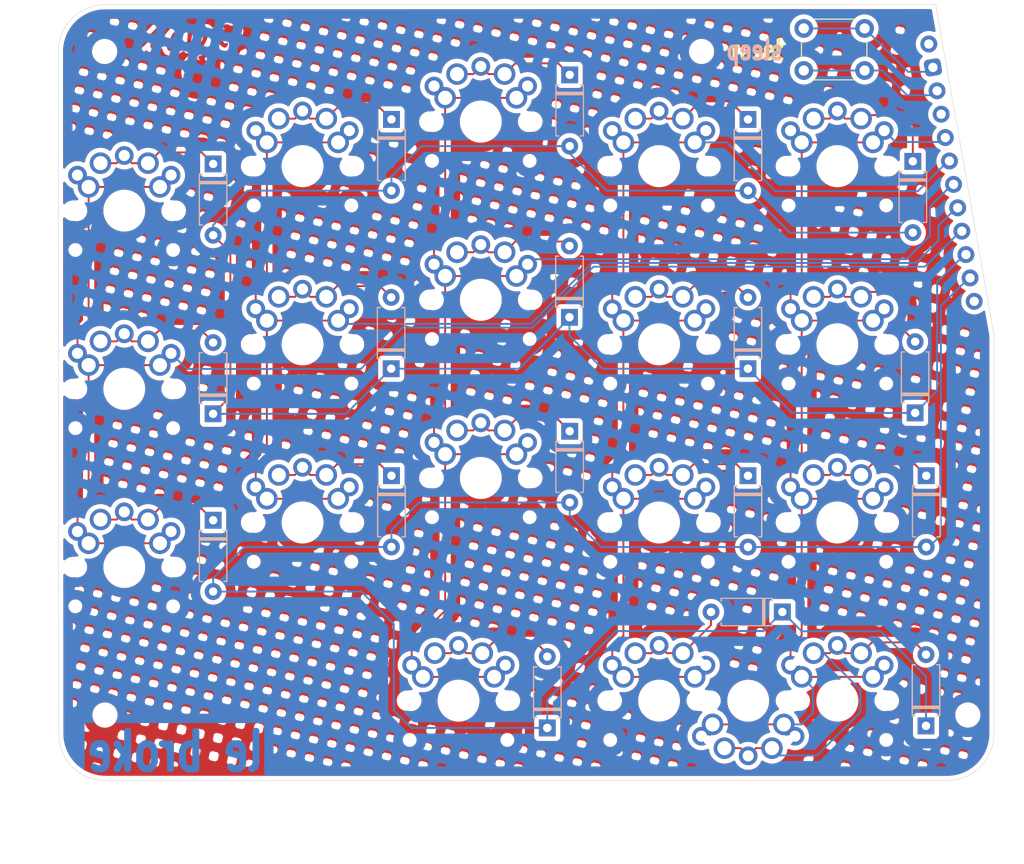
<source format=kicad_pcb>
(kicad_pcb (version 20241229) (generator "pcbnew") (generator_version "9.0")
  (layers (0 "F.Cu" signal) (2 "B.Cu" signal) (13 "F.Paste" user) (15 "B.Paste" user) (5 "F.SilkS" user "F.Silkscreen") (7 "B.SilkS" user "B.Silkscreen") (1 "F.Mask" user) (3 "B.Mask" user) (25 "Edge.Cuts" user))
  (net 0 "")
  (net 1 "Net-(D1-K)")
  (net 2 "ROW0")
  (net 3 "Net-(D2-K)")
  (net 4 "Net-(D3-K)")
  (net 5 "Net-(D4-K)")
  (net 6 "Net-(D5-K)")
  (net 7 "Net-(D10-A)")
  (net 8 "Net-(D6-A)")
  (net 9 "Net-(D7-A)")
  (net 10 "Net-(D8-A)")
  (net 11 "Net-(D9-A)")
  (net 12 "ROW1")
  (net 13 "Net-(D11-K)")
  (net 14 "Net-(D12-K)")
  (net 15 "Net-(D13-K)")
  (net 16 "Net-(D14-K)")
  (net 17 "Net-(D15-K)")
  (net 18 "Net-(D17-A)")
  (net 19 "Net-(D18-A)")
  (net 20 "COL2")
  (net 21 "COL1")
  (net 22 "COL3")
  (net 23 "COL4")
  (net 24 "Net-(D16-A)")
  (net 25 "COL0")
  (net 26 "Net-(U1-RST)")
  (net 27 "Net-(SW1-Pad1)")
  (footprint "isaacscollection:D_A-405_P7.62mm_Horizontal" (layer "F.Cu") (at 166.858417 63.311979 -90)
    (property "Reference" "D3" (hide yes))
    (property "Value" "D_Small" (hide yes))
  )
  (footprint "isaacscollection:D_A-405_P7.62mm_Horizontal" (layer "F.Cu") (at 185.882264 128.155176 90)
    (property "Reference" "D18" (hide yes))
    (property "Value" "D_Small" (hide yes))
  )
  (footprint "isaacscollection:choc_mx_rev" (layer "F.Cu") (at 157.358414 87.36198)
    (property "Reference" "MX8" (hide yes))
    (property "Value" "MX_SW_solder" (hide yes))
  )
  (footprint "isaacscollection:choc_mx_rev" (layer "F.Cu") (at 119.258415 106.411978)
    (property "Reference" "MX12" (hide yes))
    (property "Value" "MX_SW_solder" (hide yes))
  )
  (footprint "isaacscollection:choc_mx_rev" (layer "F.Cu") (at 138.308417 63.54948)
    (property "Reference" "MX1" (hide yes))
    (property "Value" "MX_SW_solder" (hide yes))
  )
  (footprint "isaacscollection:D_A-405_P7.62mm_Horizontal" (layer "F.Cu") (at 170.53049 115.976444 180)
    (property "Reference" "D17" (hide yes))
    (property "Value" "D_Small" (hide yes))
  )
  (footprint "MountingHole:MountingHole_2.2mm_M2" (layer "F.Cu") (at 98.112701 56.050346)
    (property "Reference" "REF**" (hide yes))
    (property "Value" "MountingHole_2.2mm_M2" (hide yes))
  )
  (footprint "isaacscollection:choc_mx_rev" (layer "F.Cu") (at 166.883416 125.461979 180)
    (property "Reference" "MX18" (hide yes))
    (property "Value" "MX_SW_solder" (hide yes))
  )
  (footprint "isaacscollection:choc_mx_rev" (layer "F.Cu") (at 119.258417 87.36198)
    (property "Reference" "MX7" (hide yes))
    (property "Value" "MX_SW_solder" (hide yes))
  )
  (footprint "MountingHole:MountingHole_2.2mm_M2" (layer "F.Cu") (at 190.35049 126.99679)
    (property "Reference" "REF**" (hide yes))
    (property "Value" "MountingHole_2.2mm_M2" (hide yes))
  )
  (footprint "isaacscollection:D_A-405_P7.62mm_Horizontal" (layer "F.Cu") (at 109.702264 94.795175 90)
    (property "Reference" "D10" (hide yes))
    (property "Value" "D_Small" (hide yes))
  )
  (footprint "isaacscollection:choc_mx_rev" (layer "F.Cu") (at 138.308416 82.599482)
    (property "Reference" "MX6" (hide yes))
    (property "Value" "MX_SW_solder" (hide yes))
  )
  (footprint "isaacscollection:choc_mx_rev" (layer "F.Cu") (at 138.308416 101.649479)
    (property "Reference" "MX11" (hide yes))
    (property "Value" "MX_SW_solder" (hide yes))
  )
  (footprint "isaacscollection:D_A-405_P7.62mm_Horizontal" (layer "F.Cu") (at 128.758417 101.41198 -90)
    (property "Reference" "D12" (hide yes))
    (property "Value" "D_Small" (hide yes))
  )
  (footprint "isaacscollection:choc_mx_rev" (layer "F.Cu") (at 176.408416 125.461979)
    (property "Reference" "MX18" (hide yes))
    (property "Value" "MX_SW_solder" (hide yes))
  )
  (footprint "isaacscollection:choc_mx_rev" (layer "F.Cu") (at 100.208417 92.12448)
    (property "Reference" "MX10" (hide yes))
    (property "Value" "MX_SW_solder" (hide yes))
  )
  (footprint "isaacscollection:choc_mx_rev" (layer "F.Cu") (at 119.258417 68.311977)
    (property "Reference" "MX2" (hide yes))
    (property "Value" "MX_SW_solder" (hide yes))
  )
  (footprint "isaacscollection:D_A-405_P7.62mm_Horizontal" (layer "F.Cu") (at 147.78049 84.466444 90)
    (property "Reference" "D6" (hide yes))
    (property "Value" "D_Small" (hide yes))
  )
  (footprint "isaacscollection:choc_mx_rev" (layer "F.Cu") (at 176.408417 87.361978)
    (property "Reference" "MX9" (hide yes))
    (property "Value" "MX_SW_solder" (hide yes))
  )
  (footprint "isaacscollection:D_A-405_P7.62mm_Horizontal" (layer "F.Cu") (at 185.908416 101.41198 -90)
    (property "Reference" "D14" (hide yes))
    (property "Value" "D_Small" (hide yes))
  )
  (footprint "isaacscollection:D_A-405_P7.62mm_Horizontal" (layer "F.Cu") (at 109.708416 106.174479 -90)
    (property "Reference" "D15" (hide yes))
    (property "Value" "D_Small" (hide yes))
  )
  (footprint "isaacscollection:D_A-405_P7.62mm_Horizontal" (layer "F.Cu") (at 145.412264 128.375176 90)
    (property "Reference" "D16" (hide yes))
    (property "Value" "D_Small" (hide yes))
  )
  (footprint "isaacscollection:choc_mx_rev" (layer "F.Cu") (at 157.358417 68.31198)
    (property "Reference" "MX3" (hide yes))
    (property "Value" "MX_SW_solder" (hide yes))
  )
  (footprint "isaacscollection:D_A-405_P7.62mm_Horizontal" (layer "F.Cu") (at 184.72049 94.696444 90)
    (property "Reference" "D9" (hide yes))
    (property "Value" "D_Small" (hide yes))
  )
  (footprint "isaacscollection:D_A-405_P7.62mm_Horizontal" (layer "F.Cu") (at 147.808417 96.64948 -90)
    (property "Reference" "D11" (hide yes))
    (property "Value" "D_Small" (hide yes))
  )
  (footprint "isaacscollection:choc_mx_rev" (layer "F.Cu") (at 135.927165 125.46198)
    (property "Reference" "MX16" (hide yes))
    (property "Value" "MX_SW_solder" (hide yes))
  )
  (footprint "isaacscollection:choc_mx_rev" (layer "F.Cu") (at 100.208415 73.07448)
    (property "Reference" "MX5" (hide yes))
    (property "Value" "MX_SW_solder" (hide yes))
  )
  (footprint "isaacscollection:choc_mx_rev" (layer "F.Cu") (at 100.208417 111.174481)
    (property "Reference" "MX15" (hide yes))
    (property "Value" "MX_SW_solder" (hide yes))
  )
  (footprint "isaacscollection:D_A-405_P7.62mm_Horizontal" (layer "F.Cu") (at 184.47049 67.796444 -90)
    (property "Reference" "D4" (hide yes))
    (property "Value" "D_Small" (hide yes))
  )
  (footprint "MountingHole:MountingHole_2.2mm_M2" (layer "F.Cu") (at 98.148458 126.996791)
    (property "Reference" "REF**" (hide yes))
    (property "Value" "MountingHole_2.2mm_M2" (hide yes))
  )
  (footprint "isaacscollection:D_A-405_P7.62mm_Horizontal" (layer "F.Cu") (at 166.858417 101.411979 -90)
    (property "Reference" "D13" (hide yes))
    (property "Value" "D_Small" (hide yes))
  )
  (footprint "isaacscollection:choc_mx_rev" (layer "F.Cu") (at 176.408416 106.411979)
    (property "Reference" "MX14" (hide yes))
    (property "Value" "MX_SW_solder" (hide yes))
  )
  (footprint "isaacscollection:D_A-405_P7.62mm_Horizontal" (layer "F.Cu") (at 109.708415 68.074478 -90)
    (property "Reference" "D5" (hide yes))
    (property "Value" "D_Small" (hide yes))
  )
  (footprint "isaacscollection:D_A-405_P7.62mm_Horizontal" (layer "F.Cu") (at 166.852264 89.965175 90)
    (property "Reference" "D8" (hide yes))
    (property "Value" "D_Small" (hide yes))
  )
  (footprint "isaacscollection:choc_mx_rev" (layer "F.Cu") (at 176.408417 68.311979)
    (property "Reference" "MX4" (hide yes))
    (property "Value" "MX_SW_solder" (hide yes))
  )
  (footprint "isaacscollection:D_A-405_P7.62mm_Horizontal" (layer "F.Cu") (at 147.808415 58.549479 -90)
    (property "Reference" "D1" (hide yes))
    (property "Value" "D_Small" (hide yes))
  )
  (footprint "Button_Switch_THT:SW_PUSH_6mm" (layer "F.Cu") (at 172.82049 53.586444)
    (property "Reference" "SW1" (hide yes))
    (property "Value" "SW_Push" (hide yes))
  )
  (footprint "MountingHole:MountingHole_2.2mm_M2" (layer "F.Cu") (at 161.90049 56.050346)
    (property "Reference" "REF**" (hide yes))
    (property "Value" "MountingHole_2.2mm_M2" (hide yes))
  )
  (footprint "isaacscollection:D_A-405_P7.62mm_Horizontal" (layer "F.Cu") (at 128.758415 63.311979 -90)
    (property "Reference" "D2" (hide yes))
    (property "Value" "D_Small" (hide yes))
  )
  (footprint "isaacscollection:choc_mx_rev" (layer "F.Cu") (at 157.358417 106.411979)
    (property "Reference" "MX13" (hide yes))
    (property "Value" "MX_SW_solder" (hide yes))
  )
  (footprint "isaacscollection:D_A-405_P7.62mm_Horizontal" (layer "F.Cu") (at 128.732264 89.965175 90)
    (property "Reference" "D7" (hide yes))
    (property "Value" "D_Small" (hide yes))
  )
  (footprint "isaacscollection:choc_mx_rev" (layer "F.Cu") (at 157.358418 125.461981)
    (property "Reference" "MX17" (hide yes))
    (property "Value" "MX_SW_solder" (hide yes))
  )
  (footprint "marbastlib-xp-promicroish:ProMicro_Reversible_Single" (layer "B.Cu") (at 196.11049 67.686444 -170)
    (property "Reference" "U1" (hide yes))
    (property "Value" "ProMicro" (hide yes))
  )
  (gr_poly (pts (xy 111.174855 53.152221) (xy 111.219185 53.154801) (xy 111.262429 53.159215) (xy 111.303917 53.165437) (xy 111.342976 53.173443) (xy 111.378934 53.183205) (xy 111.41112 53.194699) (xy 111.438861 53.207898) (xy 111.450856 53.215129) (xy 111.461487 53.222777) (xy 111.476287 53.234565) (xy 111.491003 53.245144) (xy 111.505758 53.254548) (xy 111.520674 53.262809) (xy 111.535874 53.269958) (xy 111.551482 53.276029) (xy 111.567619 53.281054) (xy 111.584408 53.285064) (xy 111.601973 53.288092) (xy 111.620435 53.290171) (xy 111.639918 53.291333) (xy 111.660545 53.29161) (xy 111.682437 53.291034) (xy 111.705718 53.289637) (xy 111.730511 53.287453) (xy 111.756938 53.284513) (xy 111.788924 53.281487) (xy 111.817279 53.279113) (xy 111.842301 53.277527) (xy 111.864287 53.276865) (xy 111.874235 53.276923) (xy 111.883535 53.277262) (xy 111.892224 53.2779) (xy 111.90034 53.278854) (xy 111.90792 53.280141) (xy 111.915001 53.281777) (xy 111.92162 53.28378) (xy 111.927815 53.286166) (xy 111.933622 53.288953) (xy 111.939078 53.292158) (xy 111.944221 53.295796) (xy 111.949088 53.299886) (xy 111.953716 53.304445) (xy 111.958142 53.309489) (xy 111.962404 53.315034) (xy 111.966538 53.3211) (xy 111.970581 53.327701) (xy 111.974571 53.334855) (xy 111.98254 53.350891) (xy 111.990742 53.369343) (xy 111.999473 53.390346) (xy 112.005296 53.404746) (xy 112.01278 53.419767) (xy 112.021826 53.435305) (xy 112.032339 53.451255) (xy 112.044221 53.467516) (xy 112.057376 53.483984) (xy 112.071707 53.500555) (xy 112.087116 53.517126) (xy 112.103507 53.533593) (xy 112.120783 53.549854) (xy 112.138847 53.565805) (xy 112.157603 53.581342) (xy 112.176952 53.596363) (xy 112.196799 53.610763) (xy 112.217047 53.62444) (xy 112.237598 53.637291) (xy 112.258501 53.650532) (xy 112.278216 53.663797) (xy 112.296745 53.677083) (xy 112.314087 53.690388) (xy 112.330245 53.703709) (xy 112.345217 53.717043) (xy 112.359006 53.730389) (xy 112.371612 53.743744) (xy 112.383036 53.757105) (xy 112.393279 53.77047) (xy 112.402341 53.783837) (xy 112.410223 53.797203) (xy 112.416927 53.810566) (xy 112.422452 53.823923) (xy 112.4268 53.837272) (xy 112.429972 53.850611) (xy 112.431968 53.863936) (xy 112.432789 53.877247) (xy 112.432437 53.890539) (xy 112.430911 53.903812) (xy 112.428212 53.917062) (xy 112.424342 53.930286) (xy 112.419302 53.943484) (xy 112.413091 53.956651) (xy 112.405711 53.969786) (xy 112.397163 53.982887) (xy 112.387447 53.99595) (xy 112.376564 54.008973) (xy 112.364516 54.021955) (xy 112.351302 54.034893) (xy 112.336924 54.047783) (xy 112.321383 54.060624) (xy 112.305772 54.073297) (xy 112.291996 54.084903) (xy 112.285788 54.090329) (xy 112.280028 54.095515) (xy 112.274715 54.10047) (xy 112.269844 54.105203) (xy 112.265412 54.109723) (xy 112.261416 54.114039) (xy 112.257853 54.118159) (xy 112.25472 54.122093) (xy 112.252013 54.125849) (xy 112.249729 54.129436) (xy 112.247865 54.132864) (xy 112.246417 54.13614) (xy 112.245383 54.139275) (xy 112.244759 54.142276) (xy 112.244543 54.145153) (xy 112.244729 54.147914) (xy 112.245317 54.150569) (xy 112.246301 54.153126) (xy 112.24768 54.155594) (xy 112.249449 54.157982) (xy 112.251606 54.160299) (xy 112.254148 54.162554) (xy 112.25707 54.164756) (xy 112.26037 54.166914) (xy 112.264045 54.169035) (xy 112.268092 54.171131) (xy 112.272506 54.173208) (xy 112.277286 54.175277) (xy 112.280967 54.176671) (xy 112.284569 54.178368) (xy 112.291522 54.18264) (xy 112.298127 54.188037) (xy 112.304364 54.1945) (xy 112.310213 54.201971) (xy 112.315655 54.210391) (xy 112.320671 54.219702) (xy 112.325241 54.229847) (xy 112.329346 54.240767) (xy 112.332966 54.252404) (xy 112.336083 54.264699) (xy 112.338676 54.277596) (xy 112.340727 54.291035) (xy 112.342216 54.304959) (xy 112.343124 54.319309) (xy 112.343431 54.334027) (xy 112.343102 54.354569) (xy 112.342044 54.373309) (xy 112.340146 54.390409) (xy 112.338848 54.398394) (xy 112.337298 54.406029) (xy 112.335484 54.413335) (xy 112.333392 54.420332) (xy 112.331006 54.427039) (xy 112.328315 54.433478) (xy 112.325305 54.439668) (xy 112.32196 54.445629) (xy 112.318269 54.451383) (xy 112.314216 54.456948) (xy 112.309789 54.462345) (xy 112.304974 54.467594) (xy 112.299756 54.472716) (xy 112.294123 54.47773) (xy 112.28806 54.482657) (xy 112.281554 54.487518) (xy 112.267157 54.497117) (xy 112.250822 54.506692) (xy 112.232439 54.516401) (xy 112.211898 54.526408) (xy 112.189091 54.536874) (xy 112.160016 54.547871) (xy 112.129918 54.557721) (xy 112.098911 54.566441) (xy 112.067109 54.574046) (xy 112.034625 54.580554) (xy 112.001573 54.585979) (xy 111.934223 54.593649) (xy 111.865968 54.597185) (xy 111.797719 54.596715) (xy 111.730388 54.59237) (xy 111.664885 54.584279) (xy 111.602121 54.572569) (xy 111.543006 54.557372) (xy 111.515102 54.548506) (xy 111.488452 54.538816) (xy 111.46317 54.528319) (xy 111.439369 54.51703) (xy 111.417164 54.504966) (xy 111.396668 54.492144) (xy 111.377996 54.478578) (xy 111.36126 54.464286) (xy 111.346576 54.449283) (xy 111.334056 54.433586) (xy 111.323815 54.41721) (xy 111.315966 54.400173) (xy 111.312054 54.391025) (xy 111.307771 54.382598) (xy 111.303132 54.374888) (xy 111.298155 54.367892) (xy 111.292854 54.361606) (xy 111.287247 54.356028) (xy 111.281349 54.351154) (xy 111.275176 54.34698) (xy 111.268745 54.343504) (xy 111.262072 54.340723) (xy 111.255173 54.338633) (xy 111.248063 54.337231) (xy 111.24076 54.336513) (xy 111.23328 54.336477) (xy 111.225637 54.337119) (xy 111.21785 54.338436) (xy 111.209933 54.340425) (xy 111.201903 54.343083) (xy 111.193777 54.346406) (xy 111.185569 54.350391) (xy 111.177297 54.355035) (xy 111.168977 54.360334) (xy 111.160624 54.366286) (xy 111.152255 54.372887) (xy 111.143886 54.380134) (xy 111.135534 54.388024) (xy 111.127213 54.396553) (xy 111.118941 54.405719) (xy 111.110734 54.415517) (xy 111.102607 54.425946) (xy 111.094577 54.437001) (xy 111.08666 54.448679) (xy 111.069048 54.474543) (xy 111.046629 54.50511) (xy 111.020386 54.539294) (xy 110.9913 54.57601) (xy 110.960355 54.614173) (xy 110.92853 54.652698) (xy 110.866174 54.726492) (xy 110.716244 54.889652) (xy 110.830896 55.052811) (xy 110.848292 55.07774) (xy 110.864228 55.099691) (xy 110.878898 55.118786) (xy 110.885818 55.127302) (xy 110.892495 55.135149) (xy 110.898952 55.142345) (xy 110.905214 55.148903) (xy 110.911304 55.154839) (xy 110.917248 55.160169) (xy 110.923069 55.164908) (xy 110.928791 55.169072) (xy 110.934439 55.172675) (xy 110.940037 55.175733) (xy 110.945609 55.178261) (xy 110.95118 55.180275) (xy 110.956773 55.18179) (xy 110.962413 55.182821) (xy 110.968124 55.183384) (xy 110.97393 55.183494) (xy 110.979856 55.183166) (xy 110.985926 55.182416) (xy 110.992163 55.181259) (xy 110.998593 55.17971) (xy 111.005239 55.177786) (xy 111.012125 55.1755) (xy 111.026717 55.169907) (xy 111.042563 55.163054) (xy 111.066433 55.153104) (xy 111.089243 55.145512) (xy 111.110966 55.140185) (xy 111.131576 55.137027) (xy 111.151045 55.135942) (xy 111.169348 55.136835) (xy 111.186457 55.139611) (xy 111.202347 55.144175) (xy 111.216989 55.150432) (xy 111.230359 55.158285) (xy 111.242428 55.16764) (xy 111.253171 55.178402) (xy 111.26256 55.190476) (xy 111.270569 55.203765) (xy 111.277172 55.218175) (xy 111.282342 55.23361) (xy 111.286052 55.249976) (xy 111.288275 55.267176) (xy 111.288985 55.285116) (xy 111.288156 55.303701) (xy 111.285759 55.322834) (xy 111.28177 55.342421) (xy 111.276161 55.362367) (xy 111.268906 55.382576) (xy 111.259978 55.402953) (xy 111.24935 55.423403) (xy 111.236995 55.44383) (xy 111.222888 55.464139) (xy 111.207001 55.484235) (xy 111.189308 55.504022) (xy 111.169782 55.523406) (xy 111.148397 55.542291) (xy 111.134202 55.553752) (xy 111.119794 55.564942) (xy 111.105269 55.575796) (xy 111.090726 55.58625) (xy 111.076259 55.596239) (xy 111.061968 55.605698) (xy 111.047947 55.614562) (xy 111.034295 55.622768) (xy 111.021108 55.63025) (xy 111.008482 55.636945) (xy 110.996516 55.642786) (xy 110.985305 55.647711) (xy 110.974948 55.651653) (xy 110.965539 55.654549) (xy 110.957177 55.656334) (xy 110.953419 55.65679) (xy 110.949959 55.656944) (xy 110.938982 55.656584) (xy 110.927563 55.655516) (xy 110.903493 55.651311) (xy 110.877938 55.644444) (xy 110.851085 55.635033) (xy 110.82312 55.623192) (xy 110.794232 55.609039) (xy 110.764607 55.59269) (xy 110.734434 55.574261) (xy 110.703899 55.553868) (xy 110.673189 55.531628) (xy 110.642492 55.507657) (xy 110.611995 55.48207) (xy 110.581886 55.454985) (xy 110.552352 55.426518) (xy 110.52358 55.396785) (xy 110.495758 55.365902) (xy 110.354647 55.207152) (xy 109.931313 55.617256) (xy 109.726037 55.818424) (xy 109.545876 55.996285) (xy 109.389486 56.15234) (xy 109.255523 56.288085) (xy 109.142645 56.40502) (xy 109.049507 56.504643) (xy 108.974765 56.588454) (xy 108.943874 56.624898) (xy 108.917077 56.65795) (xy 108.806834 56.803471) (xy 108.908258 57.006319) (xy 109.005271 57.213575) (xy 108.886209 57.319409) (xy 108.870444 57.332383) (xy 108.856211 57.344859) (xy 108.843489 57.356858) (xy 108.837688 57.362684) (xy 108.832259 57.368398) (xy 108.827197 57.374002) (xy 108.822502 57.379499) (xy 108.818169 57.384891) (xy 108.814198 57.39018) (xy 108.810585 57.395369) (xy 108.807328 57.40046) (xy 108.804425 57.405456) (xy 108.801873 57.410359) (xy 108.79967 57.415172) (xy 108.797813 57.419897) (xy 108.7963 57.424536) (xy 108.795129 57.429092) (xy 108.794297 57.433567) (xy 108.793802 57.437964) (xy 108.793641 57.442285) (xy 108.793811 57.446533) (xy 108.794312 57.450709) (xy 108.795139 57.454817) (xy 108.796291 57.458859) (xy 108.797765 57.462837) (xy 108.799558 57.466753) (xy 108.801669 57.470611) (xy 108.804095 57.474412) (xy 108.806834 57.478159) (xy 108.814383 57.489406) (xy 108.823611 57.506124) (xy 108.84597 57.553055) (xy 108.871636 57.613112) (xy 108.898336 57.680455) (xy 108.923795 57.749245) (xy 108.94574 57.813642) (xy 108.961898 57.867808) (xy 108.967095 57.889229) (xy 108.969994 57.905902) (xy 108.97138 57.914859) (xy 108.975299 57.931258) (xy 108.989286 57.983072) (xy 109.009061 58.05473) (xy 109.03173 58.139617) (xy 109.044552 58.191645) (xy 109.054933 58.248052) (xy 109.06291 58.308153) (xy 109.068524 58.371265) (xy 109.071812 58.436703) (xy 109.072813 58.503781) (xy 109.071566 58.571815) (xy 109.06811 58.640121) (xy 109.062484 58.708013) (xy 109.054726 58.774807) (xy 109.044875 58.839818) (xy 109.03297 58.902361) (xy 109.01905 58.961753) (xy 109.003153 59.017307) (xy 108.985318 59.068339) (xy 108.965584 59.114166) (xy 108.941473 59.159489) (xy 108.912426 59.204315) (xy 108.878884 59.248353) (xy 108.841285 59.291312) (xy 108.800069 59.332902) (xy 108.755674 59.372832) (xy 108.708541 59.410811) (xy 108.659108 59.446548) (xy 108.607815 59.479754) (xy 108.555101 59.510136) (xy 108.501405 59.537405) (xy 108.447166 59.56127) (xy 108.392824 59.58144) (xy 108.338818 59.597624) (xy 108.285587 59.609533) (xy 108.23357 59.616874) (xy 108.18898 59.619842) (xy 108.141638 59.620569) (xy 108.092203 59.61919) (xy 108.041334 59.615841) (xy 107.98969 59.610657) (xy 107.937929 59.603774) (xy 107.886711 59.595328) (xy 107.836695 59.585455) (xy 107.788539 59.57429) (xy 107.742902 59.561968) (xy 107.700444 59.548626) (xy 107.661822 59.534398) (xy 107.627696 59.519422) (xy 107.598725 59.503832) (xy 107.586378 59.495849) (xy 107.575567 59.487763) (xy 107.566375 59.479593) (xy 107.558882 59.471353) (xy 107.554092 59.466042) (xy 107.548048 59.460079) (xy 107.540841 59.453534) (xy 107.532562 59.446479) (xy 107.513149 59.431123) (xy 107.490532 59.414578) (xy 107.465434 59.397413) (xy 107.43858 59.380196) (xy 107.410692 59.363496) (xy 107.382494 59.347881) (xy 107.298791 59.299349) (xy 107.221366 59.243227) (xy 107.150298 59.179781) (xy 107.085664 59.109274) (xy 107.027541 59.031971) (xy 106.976007 58.948138) (xy 106.931139 58.858039) (xy 106.893014 58.761939) (xy 106.861711 58.660103) (xy 106.837307 58.552796) (xy 106.819879 58.440282) (xy 106.809505 58.322827) (xy 106.806262 58.200695) (xy 106.810229 58.074152) (xy 106.821481 57.943461) (xy 106.840098 57.808888) (xy 106.852292 57.740464) (xy 106.867374 57.674081) (xy 106.885337 57.609714) (xy 106.906174 57.547336) (xy 106.92988 57.486922) (xy 106.956447 57.428446) (xy 106.985869 57.371882) (xy 107.01814 57.317204) (xy 107.053253 57.264386) (xy 107.091202 57.213403) (xy 107.13198 57.164229) (xy 107.175581 57.116837) (xy 107.221999 57.071202) (xy 107.271226 57.027299) (xy 107.323257 56.985101) (xy 107.378084 56.944582) (xy 107.425774 56.912594) (xy 107.472902 56.884422) (xy 107.519422 56.860062) (xy 107.56529 56.839507) (xy 107.610461 56.82275) (xy 107.63277 56.815793) (xy 107.654889 56.809784) (xy 107.67681 56.804721) (xy 107.698528 56.800604) (xy 107.720038 56.797432) (xy 107.741335 56.795203) (xy 107.762411 56.793917) (xy 107.783262 56.793574) (xy 107.803883 56.794172) (xy 107.824267 56.795711) (xy 107.844408 56.79819) (xy 107.864302 56.801607) (xy 107.883942 56.805963) (xy 107.903323 56.811257) (xy 107.922439 56.817487) (xy 107.941285 56.824653) (xy 107.959854 56.832754) (xy 107.978142 56.841789) (xy 107.996142 56.851758) (xy 108.013849 56.862659) (xy 108.031258 56.874492) (xy 108.048362 56.887256) (xy 108.063911 56.899245) (xy 108.079116 56.910411) (xy 108.093943 56.920756) (xy 108.108358 56.930285) (xy 108.122328 56.938999) (xy 108.135818 56.946903) (xy 108.148794 56.954) (xy 108.161223 56.960292) (xy 108.173071 56.965783) (xy 108.184303 56.970476) (xy 108.194886 56.974375) (xy 108.204786 56.977483) (xy 108.213969 56.979802) (xy 108.222402 56.981337) (xy 108.230049 56.98209) (xy 108.236877 56.982065) (xy 108.242853 56.981264) (xy 108.247943 56.979692) (xy 108.252111 56.977351) (xy 108.25384 56.975893) (xy 108.255326 56.974245) (xy 108.256564 56.972405) (xy 108.257552 56.970376) (xy 108.258284 56.968157) (xy 108.258756 56.965748) (xy 108.258903 56.960365) (xy 108.257961 56.954229) (xy 108.255895 56.947343) (xy 108.252671 56.939712) (xy 108.248255 56.931338) (xy 108.242613 56.922224) (xy 108.235712 56.912373) (xy 108.227517 56.90179) (xy 108.217995 56.890477) (xy 108.207111 56.878436) (xy 108.197302 56.867494) (xy 108.18775 56.856215) (xy 108.178509 56.844679) (xy 108.169629 56.832961) (xy 108.161163 56.82114) (xy 108.153161 56.809293) (xy 108.145677 56.797498) (xy 108.138761 56.785832) (xy 108.132465 56.774373) (xy 108.126841 56.763198) (xy 108.12194 56.752384) (xy 108.117815 56.74201) (xy 108.114516 56.732153) (xy 108.112096 56.72289) (xy 108.110606 56.714299) (xy 108.110226 56.710279) (xy 108.110098 56.706457) (xy 108.110556 56.697277) (xy 108.111903 56.68795) (xy 108.114098 56.678511) (xy 108.1171 56.668992) (xy 108.120867 56.659428) (xy 108.125358 56.649852) (xy 108.130533 56.640299) (xy 108.136349 56.630803) (xy 108.142766 56.621397) (xy 108.149743 56.612115) (xy 108.165211 56.594061) (xy 108.182422 56.576911) (xy 108.201048 56.560936) (xy 108.22076 56.546409) (xy 108.241227 56.5336) (xy 108.26212 56.52278) (xy 108.272624 56.518201) (xy 108.28311 56.514221) (xy 108.293539 56.510874) (xy 108.303868 56.508194) (xy 108.314057 56.506215) (xy 108.324064 56.504971) (xy 108.333848 56.504495) (xy 108.343368 56.504822) (xy 108.352583 56.505985) (xy 108.361452 56.508019) (xy 108.366918 56.5094) (xy 108.372576 56.510232) (xy 108.384508 56.510216) (xy 108.397331 56.507913) (xy 108.41113 56.503265) (xy 108.425988 56.496215) (xy 108.44199 56.486703) (xy 108.459218 56.474672) (xy 108.477758 56.460064) (xy 108.497694 56.44282) (xy 108.519108 56.422883) (xy 108.542086 56.400194) (xy 108.566711 56.374694) (xy 108.593067 56.346327) (xy 108.621238 56.315034) (xy 108.683362 56.243436) (xy 108.789178 56.120042) (xy 108.898198 55.997939) (xy 109.010318 55.87718) (xy 109.125436 55.757816) (xy 109.243448 55.639899) (xy 109.364251 55.52348) (xy 109.48774 55.408612) (xy 109.613813 55.295346) (xy 109.784991 55.147224) (xy 109.854816 55.08627) (xy 109.914983 55.033105) (xy 109.966133 54.987021) (xy 109.988527 54.966411) (xy 110.008905 54.947305) (xy 110.027349 54.929614) (xy 110.043939 54.913248) (xy 110.058753 54.89812) (xy 110.071873 54.884139) (xy 110.083378 54.871218) (xy 110.093348 54.859268) (xy 110.101863 54.848199) (xy 110.109002 54.837923) (xy 110.114847 54.828352) (xy 110.119477 54.819395) (xy 110.122971 54.810965) (xy 110.124317 54.80692) (xy 110.12541 54.802973) (xy 110.126258 54.799113) (xy 110.126873 54.795329) (xy 110.127441 54.787946) (xy 110.127194 54.780734) (xy 110.12621 54.773604) (xy 110.124572 54.766467) (xy 110.122357 54.759235) (xy 110.119647 54.751819) (xy 110.116521 54.744131) (xy 110.108529 54.72185) (xy 110.098056 54.689078) (xy 110.071322 54.598059) (xy 110.039627 54.483061) (xy 110.006278 54.356075) (xy 109.993096 54.307433) (xy 109.981646 54.263764) (xy 109.9719 54.224669) (xy 109.963834 54.189746) (xy 109.957422 54.158596) (xy 109.952638 54.130818) (xy 109.950848 54.118068) (xy 109.949456 54.106011) (xy 109.948457 54.094597) (xy 109.947849 54.083775) (xy 109.947629 54.073496) (xy 109.947793 54.06371) (xy 109.948339 54.054366) (xy 109.949262 54.045414) (xy 109.95056 54.036805) (xy 109.952229 54.028488) (xy 109.954266 54.020413) (xy 109.956669 54.012531) (xy 109.959433 54.00479) (xy 109.962556 53.997142) (xy 109.966034 53.989535) (xy 109.969864 53.981921) (xy 109.978567 53.966468) (xy 109.98864 53.950381) (xy 109.997262 53.937578) (xy 110.006564 53.925626) (xy 110.0165 53.914523) (xy 110.027027 53.904268) (xy 110.038099 53.89486) (xy 110.049673 53.886296) (xy 110.061704 53.878575) (xy 110.074147 53.871695) (xy 110.086959 53.865655) (xy 110.100094 53.860453) (xy 110.113509 53.856088) (xy 110.127158 53.852557) (xy 110.140999 53.84986) (xy 110.154985 53.847995) (xy 110.169073 53.846959) (xy 110.183219 53.846752) (xy 110.197377 53.847372) (xy 110.211504 53.848817) (xy 110.225555 53.851086) (xy 110.239486 53.854176) (xy 110.253252 53.858087) (xy 110.266808 53.862817) (xy 110.280112 53.868364) (xy 110.293117 53.874726) (xy 110.30578 53.881903) (xy 110.318056 53.889891) (xy 110.329901 53.898691) (xy 110.341271 53.908299) (xy 110.35212 53.918715) (xy 110.362405 53.929936) (xy 110.372082 53.941962) (xy 110.381105 53.95479) (xy 110.388386 53.96624) (xy 110.395324 53.979001) (xy 110.401888 53.992937) (xy 110.408045 54.007914) (xy 110.413763 54.023795) (xy 110.41901 54.040444) (xy 110.423752 54.057727) (xy 110.427958 54.075507) (xy 110.431596 54.093648) (xy 110.434633 54.112016) (xy 110.437037 54.130474) (xy 110.438776 54.148887) (xy 110.439817 54.167119) (xy 110.440128 54.185035) (xy 110.439677 54.202498) (xy 110.438431 54.219374) (xy 110.436984 54.263817) (xy 110.437036 54.284025) (xy 110.437604 54.302891) (xy 110.438689 54.320418) (xy 110.440291 54.336605) (xy 110.44241 54.351453) (xy 110.445045 54.364963) (xy 110.448198 54.377137) (xy 110.451867 54.387973) (xy 110.456052 54.397475) (xy 110.460755 54.405641) (xy 110.465974 54.412474) (xy 110.47171 54.417974) (xy 110.477963 54.422141) (xy 110.484733 54.424977) (xy 110.492019 54.426482) (xy 110.499823 54.426658) (xy 110.508142 54.425504) (xy 110.516979 54.423022) (xy 110.526333 54.419213) (xy 110.536203 54.414077) (xy 110.54659 54.407615) (xy 110.557494 54.399828) (xy 110.568914 54.390717) (xy 110.580851 54.380282) (xy 110.593305 54.368525) (xy 110.606276 54.355447) (xy 110.619764 54.341047) (xy 110.633768 54.325327) (xy 110.663327 54.289929) (xy 110.687423 54.260168) (xy 110.70851 54.233533) (xy 110.726676 54.209741) (xy 110.734692 54.198821) (xy 110.742013 54.188506) (xy 110.748649 54.178759) (xy 110.754611 54.169545) (xy 110.759912 54.160828) (xy 110.764561 54.152574) (xy 110.768571 54.144745) (xy 110.771953 54.137307) (xy 110.774718 54.130225) (xy 110.776878 54.123462) (xy 110.778443 54.116984) (xy 110.779425 54.110754) (xy 110.779835 54.104738) (xy 110.779685 54.098899) (xy 110.778986 54.093202) (xy 110.77775 54.087612) (xy 110.775987 54.082093) (xy 110.773708 54.076609) (xy 110.770926 54.071125) (xy 110.767651 54.065606) (xy 110.763895 54.060016) (xy 110.75967 54.054319) (xy 110.754985 54.04848) (xy 110.749853 54.042464) (xy 110.738293 54.029755) (xy 110.726482 54.015928) (xy 110.715842 54.001763) (xy 110.706354 53.987313) (xy 110.698002 53.972627) (xy 110.690768 53.957758) (xy 110.684633 53.942755) (xy 110.67958 53.92767) (xy 110.675592 53.912554) (xy 110.67265 53.897456) (xy 110.670736 53.88243) (xy 110.669834 53.867524) (xy 110.669925 53.85279) (xy 110.670991 53.838279) (xy 110.673014 53.824042) (xy 110.675978 53.810129) (xy 110.679863 53.796592) (xy 110.684653 53.783481) (xy 110.69033 53.770847) (xy 110.696875 53.758742) (xy 110.704272 53.747215) (xy 110.712501 53.736318) (xy 110.721547 53.726102) (xy 110.73139 53.716617) (xy 110.742013 53.707915) (xy 110.753398 53.700046) (xy 110.765527 53.693061) (xy 110.778384 53.687012) (xy 110.791949 53.681948) (xy 110.806206 53.677921) (xy 110.821136 53.674981) (xy 110.836721 53.67318) (xy 110.852944 53.672568) (xy 110.861768 53.672402) (xy 110.870049 53.671906) (xy 110.877788 53.67109) (xy 110.884984 53.669959) (xy 110.891637 53.668521) (xy 110.897748 53.666784) (xy 110.903316 53.664754) (xy 110.908342 53.66244) (xy 110.912825 53.659848) (xy 110.916765 53.656985) (xy 110.920163 53.653859) (xy 110.923018 53.650477) (xy 110.925331 53.646846) (xy 110.927101 53.642974) (xy 110.928328 53.638868) (xy 110.929013 53.634535) (xy 110.929155 53.629982) (xy 110.928754 53.625217) (xy 110.927811 53.620246) (xy 110.926325 53.615078) (xy 110.924297 53.60972) (xy 110.921726 53.604178) (xy 110.918613 53.59846) (xy 110.914957 53.592573) (xy 110.910758 53.586525) (xy 110.906017 53.580323) (xy 110.900733 53.573973) (xy 110.894906 53.567484) (xy 110.888537 53.560863) (xy 110.881625 53.554116) (xy 110.874171 53.547252) (xy 110.866174 53.540277) (xy 110.858564 53.53322) (xy 110.851445 53.525321) (xy 110.844815 53.51664) (xy 110.838674 53.507238) (xy 110.83302 53.497178) (xy 110.827853 53.48652) (xy 110.823172 53.475326) (xy 110.818976 53.463658) (xy 110.815265 53.451576) (xy 110.812038 53.439142) (xy 110.807031 53.413463) (xy 110.803948 53.387112) (xy 110.802785 53.360581) (xy 110.803533 53.334359) (xy 110.806187 53.308939) (xy 110.81074 53.28481) (xy 110.813726 53.273384) (xy 110.817185 53.262464) (xy 110.821116 53.252113) (xy 110.825517 53.242392) (xy 110.830388 53.233362) (xy 110.835729 53.225085) (xy 110.841537 53.217622) (xy 110.847813 53.211033) (xy 110.854556 53.205382) (xy 110.861765 53.200728) (xy 110.8756 53.193958) (xy 110.890592 53.187701) (xy 110.923708 53.176716) (xy 110.960441 53.167746) (xy 111.00012 53.160765) (xy 111.042072 53.155748) (xy 111.085627 53.152669) (xy 111.130112 53.151502)) (stroke (width -0.000001)) (fill yes) (layer "F.Cu"))
  (gr_poly (pts (xy 106.309829 53.637291) (xy 106.331683 53.640079) (xy 106.342254 53.642012) (xy 106.352582 53.644301) (xy 106.362665 53.646946) (xy 106.372499 53.649945) (xy 106.382081 53.653295) (xy 106.391408 53.656996) (xy 106.400477 53.661046) (xy 106.409284 53.665443) (xy 106.417826 53.670186) (xy 106.426101 53.675273) (xy 106.434103 53.680702) (xy 106.441832 53.686471) (xy 106.449282 53.69258) (xy 106.456452 53.699026) (xy 106.480352 53.725833) (xy 106.490355 53.738919) (xy 106.499033 53.751831) (xy 106.506368 53.764598) (xy 106.51234 53.777248) (xy 106.516929 53.78981) (xy 106.520117 53.80231) (xy 106.521884 53.814779) (xy 106.52221 53.827243) (xy 106.521077 53.839732) (xy 106.518464 53.852273) (xy 106.514352 53.864895) (xy 106.508723 53.877626) (xy 106.501556 53.890494) (xy 106.492832 53.903527) (xy 106.482532 53.916755) (xy 106.470637 53.930204) (xy 106.441982 53.957883) (xy 106.406713 53.986788) (xy 106.364675 54.017147) (xy 106.315711 54.049185) (xy 106.259668 54.083129) (xy 106.19639 54.119205) (xy 106.125723 54.157638) (xy 105.965612 54.24225) (xy 105.900833 54.276856) (xy 105.845292 54.307017) (xy 105.820763 54.320593) (xy 105.798277 54.333252) (xy 105.777745 54.345058) (xy 105.759078 54.356076) (xy 105.742188 54.36637) (xy 105.726985 54.376005) (xy 105.713381 54.385047) (xy 105.701287 54.393558) (xy 105.690614 54.401605) (xy 105.681273 54.409251) (xy 105.673176 54.416561) (xy 105.666233 54.423599) (xy 105.660356 54.430431) (xy 105.655456 54.437121) (xy 105.651445 54.443734) (xy 105.648232 54.450333) (xy 105.645731 54.456984) (xy 105.643851 54.463752) (xy 105.642504 54.4707) (xy 105.641601 54.477894) (xy 105.641053 54.485398) (xy 105.640772 54.493276) (xy 105.640653 54.510416) (xy 105.64116 54.523714) (xy 105.642849 54.535565) (xy 105.645973 54.546072) (xy 105.650782 54.55534) (xy 105.657529 54.56347) (xy 105.666466 54.570567) (xy 105.677844 54.576734) (xy 105.691916 54.582074) (xy 105.708934 54.58669) (xy 105.729149 54.590686) (xy 105.752814 54.594166) (xy 105.78018 54.597232) (xy 105.847023 54.602537) (xy 105.931695 54.607429) (xy 105.972232 54.609245) (xy 106.009597 54.611409) (xy 106.043926 54.61396) (xy 106.075355 54.616938) (xy 106.10402 54.620381) (xy 106.130055 54.624328) (xy 106.142129 54.626502) (xy 106.153597 54.628817) (xy 106.164475 54.631277) (xy 106.174781 54.633888) (xy 106.184531 54.636653) (xy 106.193743 54.639579) (xy 106.202433 54.642669) (xy 106.210619 54.645929) (xy 106.218316 54.649363) (xy 106.225543 54.652976) (xy 106.232317 54.656773) (xy 106.238653 54.66076) (xy 106.24457 54.66494) (xy 106.250083 54.669318) (xy 106.255211 54.673901) (xy 106.25997 54.678691) (xy 106.264376 54.683695) (xy 106.268448 54.688917) (xy 106.272201 54.694361) (xy 106.275653 54.700034) (xy 106.281805 54.710367) (xy 106.287038 54.720687) (xy 106.291366 54.730981) (xy 106.294799 54.741237) (xy 106.297351 54.751441) (xy 106.299034 54.76158) (xy 106.299858 54.771642) (xy 106.299838 54.781613) (xy 106.298984 54.791481) (xy 106.297309 54.801233) (xy 106.294825 54.810856) (xy 106.291544 54.820336) (xy 106.287478 54.829662) (xy 106.282639 54.838819) (xy 106.27704 54.847796) (xy 106.270692 54.856579) (xy 106.263608 54.865155) (xy 106.2558 54.873511) (xy 106.247279 54.881635) (xy 106.238059 54.889514) (xy 106.22815 54.897134) (xy 106.217566 54.904483) (xy 106.206318 54.911547) (xy 106.194418 54.918315) (xy 106.181879 54.924772) (xy 106.168712 54.930907) (xy 106.15493 54.936705) (xy 106.140545 54.942155) (xy 106.110014 54.951956) (xy 106.077216 54.960207) (xy 105.898622 54.996587) (xy 105.680341 55.039583) (xy 105.639708 55.04754) (xy 105.603533 55.055077) (xy 105.571414 55.062498) (xy 105.542951 55.070106) (xy 105.517743 55.078205) (xy 105.506235 55.082534) (xy 105.495391 55.087099) (xy 105.48516 55.091938) (xy 105.475493 55.097091) (xy 105.46634 55.102593) (xy 105.45765 55.108484) (xy 105.449373 55.114801) (xy 105.44146 55.121583) (xy 105.43386 55.128867) (xy 105.426524 55.136691) (xy 105.4194 55.145093) (xy 105.41244 55.154111) (xy 105.405592 55.163783) (xy 105.398808 55.174148) (xy 105.385228 55.197104) (xy 105.371299 55.223283) (xy 105.35662 55.25299) (xy 105.340792 55.286527) (xy 105.321431 55.326257) (xy 105.303309 55.365419) (xy 105.286842 55.403031) (xy 105.272441 55.438111) (xy 105.260521 55.469677) (xy 105.255621 55.483835) (xy 105.251495 55.496746) (xy 105.248197 55.508289) (xy 105.245776 55.518339) (xy 105.244286 55.526774) (xy 105.243778 55.533471) (xy 105.244381 55.53895) (xy 105.246167 55.543815) (xy 105.249109 55.548073) (xy 105.253175 55.55173) (xy 105.258336 55.554793) (xy 105.264562 55.557268) (xy 105.28009 55.560481) (xy 105.299519 55.561419) (xy 105.322611 55.560136) (xy 105.349126 55.556682) (xy 105.378826 55.55111) (xy 105.411472 55.543471) (xy 105.446824 55.533816) (xy 105.484643 55.522197) (xy 105.524692 55.508667) (xy 105.566729 55.493276) (xy 105.610517 55.476076) (xy 105.655817 55.457119) (xy 105.702389 55.436457) (xy 105.743963 55.418741) (xy 105.785278 55.402213) (xy 105.82525 55.387236) (xy 105.862793 55.37417) (xy 105.896822 55.363378) (xy 105.91218 55.358948) (xy 105.926252 55.355222) (xy 105.938903 55.352245) (xy 105.949997 55.350063) (xy 105.959399 55.348721) (xy 105.966973 55.348263) (xy 105.974024 55.348633) (xy 105.98111 55.349726) (xy 105.988213 55.351515) (xy 105.995317 55.353973) (xy 106.002405 55.357074) (xy 106.009461 55.360791) (xy 106.016465 55.365098) (xy 106.023403 55.369967) (xy 106.03701 55.381288) (xy 106.050146 55.394539) (xy 106.062674 55.409509) (xy 106.07446 55.425984) (xy 106.085367 55.443751) (xy 106.095259 55.462597) (xy 106.104002 55.482309) (xy 106.11146 55.502672) (xy 106.117496 55.523475) (xy 106.121976 55.544504) (xy 106.124763 55.565546) (xy 106.125723 55.586388) (xy 106.124587 55.597413) (xy 106.121236 55.608961) (xy 106.115756 55.620985) (xy 106.10823 55.633439) (xy 106.087382 55.659455) (xy 106.05937 55.68664) (xy 106.024873 55.714626) (xy 105.984568 55.743045) (xy 105.939135 55.771528) (xy 105.889251 55.799708) (xy 105.835595 55.827216) (xy 105.778845 55.853684) (xy 105.719678 55.878744) (xy 105.658775 55.902027) (xy 105.596811 55.923166) (xy 105.534467 55.941792) (xy 105.47242 55.957538) (xy 105.411348 55.970034) (xy 105.341242 55.981751) (xy 105.308144 55.986462) (xy 105.276317 55.990394) (xy 105.245737 55.993538) (xy 105.216379 55.995885) (xy 105.188219 55.997424) (xy 105.161234 55.998146) (xy 105.135398 55.998041) (xy 105.110688 55.997099) (xy 105.087079 55.995311) (xy 105.064547 55.992668) (xy 105.043068 55.989159) (xy 105.022618 55.984774) (xy 105.003173 55.979505) (xy 104.984707 55.973341) (xy 104.967198 55.966273) (xy 104.95062 55.95829) (xy 104.93495 55.949384) (xy 104.920163 55.939545) (xy 104.906236 55.928762) (xy 104.893143 55.917027) (xy 104.880861 55.904329) (xy 104.869365 55.890659) (xy 104.858632 55.876007) (xy 104.848637 55.860363) (xy 104.839355 55.843719) (xy 104.830763 55.826063) (xy 104.822836 55.807387) (xy 104.815551 55.787681) (xy 104.808882 55.766934) (xy 104.802806 55.745138) (xy 104.795952 55.717354) (xy 104.790352 55.691541) (xy 104.786121 55.667187) (xy 104.783376 55.643783) (xy 104.782232 55.620818) (xy 104.782807 55.597783) (xy 104.785217 55.574165) (xy 104.789577 55.549456) (xy 104.796004 55.523146) (xy 104.804615 55.494722) (xy 104.815525 55.463677) (xy 104.828851 55.429498) (xy 104.844709 55.391676) (xy 104.863216 55.349701) (xy 104.90864 55.251249) (xy 104.93993 55.183983) (xy 104.970445 55.115788) (xy 104.999409 55.048626) (xy 105.026048 54.984461) (xy 105.049587 54.925257) (xy 105.06925 54.872978) (xy 105.084262 54.829587) (xy 105.089782 54.811838) (xy 105.093848 54.797048) (xy 105.100841 54.76885) (xy 105.108455 54.740961) (xy 105.116482 54.714107) (xy 105.124716 54.689009) (xy 105.128846 54.677346) (xy 105.13295 54.666392) (xy 105.137002 54.65624) (xy 105.140977 54.646979) (xy 105.144848 54.6387) (xy 105.14859 54.631494) (xy 105.152178 54.62545) (xy 105.155584 54.620659) (xy 105.163172 54.607567) (xy 105.172465 54.588688) (xy 105.183102 54.564848) (xy 105.19472 54.536874) (xy 105.206959 54.505592) (xy 105.219456 54.47183) (xy 105.23185 54.436415) (xy 105.243778 54.400173) (xy 105.250069 54.381593) (xy 105.257309 54.362328) (xy 105.265415 54.342521) (xy 105.274302 54.322314) (xy 105.283887 54.301848) (xy 105.294085 54.281265) (xy 105.304814 54.260709) (xy 105.315988 54.24032) (xy 105.327523 54.220242) (xy 105.339337 54.200616) (xy 105.351344 54.181584) (xy 105.363461 54.163288) (xy 105.375604 54.145871) (xy 105.387689 54.129474) (xy 105.399631 54.11424) (xy 105.411348 54.100311) (xy 105.436176 54.076419) (xy 105.467141 54.049729) (xy 105.503455 54.020752) (xy 105.544329 53.989999) (xy 105.636605 53.925206) (xy 105.737667 53.85943) (xy 105.84121 53.796755) (xy 105.891941 53.767856) (xy 105.940928 53.741263) (xy 105.987383 53.717487) (xy 106.030518 53.697037) (xy 106.069544 53.680424) (xy 106.103674 53.668158) (xy 106.132247 53.65901) (xy 106.16007 53.651398) (xy 106.187119 53.645311) (xy 106.213366 53.640736) (xy 106.238786 53.637659) (xy 106.263354 53.636067) (xy 106.287044 53.635949)) (stroke (width -0.000001)) (fill yes) (layer "F.Cu"))
  (gr_poly (pts (xy 109.022666 53.631782) (xy 109.054214 53.64152) (xy 109.082331 53.657394) (xy 109.107074 53.679114) (xy 109.128497 53.70639) (xy 109.146654 53.73893) (xy 109.161601 53.776443) (xy 109.173392 53.818641) (xy 109.187728 53.915921) (xy 109.190101 54.028447) (xy 109.18095 54.153891) (xy 109.160714 54.28993) (xy 109.129833 54.434236) (xy 109.088746 54.584485) (xy 109.037892 54.738352) (xy 108.977711 54.89351) (xy 108.908641 55.047635) (xy 108.831122 55.198401) (xy 108.745593 55.343483) (xy 108.652494 55.480554) (xy 108.622254 55.520588) (xy 108.594134 55.556493) (xy 108.56777 55.588484) (xy 108.542802 55.616774) (xy 108.518867 55.641575) (xy 108.495604 55.663102) (xy 108.484111 55.672703) (xy 108.472651 55.681566) (xy 108.461178 55.689717) (xy 108.449646 55.697182) (xy 108.438012 55.703989) (xy 108.426228 55.710163) (xy 108.414251 55.715731) (xy 108.402035 55.720721) (xy 108.389535 55.725158) (xy 108.376705 55.72907) (xy 108.363501 55.732483) (xy 108.349876 55.735423) (xy 108.321187 55.739993) (xy 108.290276 55.742993) (xy 108.256781 55.744637) (xy 108.220341 55.745138) (xy 108.200717 55.744803) (xy 108.181535 55.743798) (xy 108.162797 55.742126) (xy 108.144506 55.73979) (xy 108.126663 55.736791) (xy 108.109272 55.733133) (xy 108.092335 55.728818) (xy 108.075853 55.723847) (xy 108.059831 55.718225) (xy 108.044269 55.711952) (xy 108.029171 55.705032) (xy 108.014539 55.697467) (xy 108.000376 55.689258) (xy 107.986683 55.68041) (xy 107.973463 55.670924) (xy 107.960718 55.660802) (xy 107.948452 55.650047) (xy 107.936666 55.638662) (xy 107.925363 55.626648) (xy 107.914546 55.614009) (xy 107.904216 55.600746) (xy 107.894376 55.586863) (xy 107.885028 55.572361) (xy 107.876176 55.557242) (xy 107.867821 55.541511) (xy 107.859966 55.525167) (xy 107.852613 55.508216) (xy 107.845764 55.490657) (xy 107.839423 55.472495) (xy 107.833591 55.453731) (xy 107.823466 55.414409) (xy 107.809686 55.357427) (xy 107.795905 55.302512) (xy 107.774959 55.220381) (xy 107.773462 55.21746) (xy 107.771455 55.215308) (xy 107.768946 55.213918) (xy 107.765942 55.213284) (xy 107.76245 55.213399) (xy 107.758478 55.214257) (xy 107.749121 55.218176) (xy 107.73793 55.224989) (xy 107.724962 55.234644) (xy 107.710276 55.247089) (xy 107.69393 55.262273) (xy 107.675983 55.280145) (xy 107.656491 55.300652) (xy 107.635513 55.323743) (xy 107.613109 55.349365) (xy 107.564249 55.408001) (xy 107.510376 55.476145) (xy 107.463691 55.534728) (xy 107.420907 55.586586) (xy 107.381585 55.63192) (xy 107.363086 55.652204) (xy 107.345287 55.670931) (xy 107.328134 55.688127) (xy 107.311572 55.703817) (xy 107.295547 55.718027) (xy 107.280002 55.730781) (xy 107.264884 55.742103) (xy 107.250137 55.752021) (xy 107.235707 55.760557) (xy 107.221539 55.767738) (xy 107.207577 55.773588) (xy 107.193767 55.778132) (xy 107.180054 55.781396) (xy 107.166383 55.783404) (xy 107.152699 55.784182) (xy 107.138947 55.783754) (xy 107.125072 55.782146) (xy 107.11102 55.779382) (xy 107.096735 55.775488) (xy 107.082163 55.770488) (xy 107.067249 55.764409) (xy 107.051937 55.757273) (xy 107.036173 55.749108) (xy 107.019902 55.739937) (xy 106.985619 55.71868) (xy 106.96153 55.701051) (xy 106.940497 55.680792) (xy 106.922473 55.65724) (xy 106.907415 55.629727) (xy 106.895277 55.59759) (xy 106.886012 55.560162) (xy 106.879578 55.516779) (xy 106.875927 55.466774) (xy 106.875015 55.409483) (xy 106.876797 55.344241) (xy 106.881227 55.270381) (xy 106.88826 55.187239) (xy 106.909956 54.990447) (xy 106.941521 54.748541) (xy 106.955354 54.648926) (xy 106.967015 54.550241) (xy 106.976403 54.45507) (xy 106.983414 54.365997) (xy 106.987944 54.285606) (xy 106.989891 54.21648) (xy 106.989863 54.186949) (xy 106.98915 54.161204) (xy 106.98774 54.139566) (xy 106.985619 54.12236) (xy 106.982925 54.104966) (xy 106.981429 54.087541) (xy 106.981089 54.070132) (xy 106.981864 54.052786) (xy 106.98371 54.03555) (xy 106.986588 54.018471) (xy 106.990453 54.001595) (xy 106.995265 53.98497) (xy 107.000981 53.968641) (xy 107.00756 53.952657) (xy 107.014958 53.937063) (xy 107.023136 53.921907) (xy 107.032049 53.907236) (xy 107.041657 53.893095) (xy 107.051918 53.879533) (xy 107.062789 53.866596) (xy 107.074228 53.854331) (xy 107.086194 53.842784) (xy 107.098644 53.832003) (xy 107.111537 53.822034) (xy 107.12483 53.812924) (xy 107.138482 53.80472) (xy 107.15245 53.797469) (xy 107.166693 53.791218) (xy 107.181168 53.786012) (xy 107.195834 53.781901) (xy 107.210648 53.778929) (xy 107.225569 53.777144) (xy 107.240555 53.776593) (xy 107.255563 53.777323) (xy 107.270552 53.77938) (xy 107.28548 53.782811) (xy 107.328183 53.796484) (xy 107.365414 53.810338) (xy 107.397285 53.825793) (xy 107.423904 53.844272) (xy 107.445381 53.867195) (xy 107.461826 53.895983) (xy 107.473348 53.932057) (xy 107.480059 53.976839) (xy 107.482067 54.03175) (xy 107.479482 54.09821) (xy 107.472414 54.177641) (xy 107.460973 54.271464) (xy 107.425411 54.50797) (xy 107.373674 54.819096) (xy 107.369858 54.843295) (xy 107.366706 54.864684) (xy 107.364266 54.883346) (xy 107.362581 54.899367) (xy 107.362036 54.906413) (xy 107.361697 54.91283) (xy 107.36157 54.918628) (xy 107.361659 54.923819) (xy 107.361972 54.928411) (xy 107.362513 54.932417) (xy 107.363289 54.935847) (xy 107.364304 54.93871) (xy 107.365564 54.941018) (xy 107.366288 54.941967) (xy 107.367076 54.942781) (xy 107.367928 54.943461) (xy 107.368844 54.944009) (xy 107.369827 54.944426) (xy 107.370875 54.944713) (xy 107.373174 54.944904) (xy 107.375747 54.944591) (xy 107.378599 54.943786) (xy 107.381736 54.942499) (xy 107.385164 54.940741) (xy 107.388888 54.938521) (xy 107.392914 54.935851) (xy 107.397247 54.932741) (xy 107.401894 54.929201) (xy 107.40686 54.925243) (xy 107.417771 54.91611) (xy 107.425563 54.908687) (xy 107.434006 54.89972) (xy 107.443031 54.889319) (xy 107.452567 54.877594) (xy 107.472884 54.85061) (xy 107.49439 54.819647) (xy 107.516516 54.785584) (xy 107.538694 54.749299) (xy 107.560355 54.711669) (xy 107.580931 54.673575) (xy 107.656607 54.524042) (xy 107.72373 54.392189) (xy 107.78305 54.276884) (xy 107.835317 54.176999) (xy 107.881279 54.091403) (xy 107.90213 54.053609) (xy 107.921685 54.018964) (xy 107.94004 53.987326) (xy 107.957286 53.958553) (xy 107.973519 53.932505) (xy 107.98883 53.90904) (xy 108.003315 53.888016) (xy 108.017067 53.869293) (xy 108.03018 53.852729) (xy 108.042746 53.838183) (xy 108.054861 53.825513) (xy 108.066616 53.814578) (xy 108.078108 53.805238) (xy 108.089427 53.79735) (xy 108.10067 53.790773) (xy 108.111928 53.785366) (xy 108.123296 53.780988) (xy 108.134868 53.777497) (xy 108.146737 53.774753) (xy 108.158997 53.772613) (xy 108.171741 53.770936) (xy 108.185063 53.769582) (xy 108.203653 53.767941) (xy 108.22139 53.767153) (xy 108.238273 53.767218) (xy 108.254301 53.768135) (xy 108.269473 53.769905) (xy 108.283788 53.772528) (xy 108.297245 53.776003) (xy 108.309844 53.780331) (xy 108.321585 53.785511) (xy 108.332465 53.791545) (xy 108.342484 53.798431) (xy 108.351642 53.806169) (xy 108.359938 53.81476) (xy 108.36737 53.824204) (xy 108.373939 53.834501) (xy 108.379642 53.84565) (xy 108.38448 53.857652) (xy 108.388452 53.870506) (xy 108.391556 53.884213) (xy 108.393793 53.898773) (xy 108.395161 53.914186) (xy 108.395659 53.930451) (xy 108.395286 53.947569) (xy 108.394043 53.965539) (xy 108.388939 54.004038) (xy 108.38034 54.045948) (xy 108.36824 54.091268) (xy 108.352633 54.139999) (xy 108.333269 54.201762) (xy 108.314926 54.26596) (xy 108.297694 54.332031) (xy 108.281664 54.399414) (xy 108.266925 54.467546) (xy 108.253569 54.535866) (xy 108.241686 54.603811) (xy 108.231365 54.670819) (xy 108.222699 54.736329) (xy 108.215776 54.799778) (xy 108.210688 54.860604) (xy 108.207525 54.918246) (xy 108.206378 54.972141) (xy 108.207336 55.021728) (xy 108.21049 55.066444) (xy 108.215932 55.105728) (xy 108.251209 55.282117) (xy 108.339403 55.171874) (xy 108.379865 55.117981) (xy 108.42001 55.056162) (xy 108.459522 54.987379) (xy 108.498085 54.912596) (xy 108.535381 54.832774) (xy 108.571095 54.748877) (xy 108.604909 54.661865) (xy 108.636508 54.572703) (xy 108.665575 54.482352) (xy 108.691794 54.391775) (xy 108.714847 54.301934) (xy 108.734418 54.213793) (xy 108.750191 54.128312) (xy 108.761849 54.046456) (xy 108.769077 53.969185) (xy 108.771556 53.897464) (xy 108.771912 53.883996) (xy 108.77296 53.870127) (xy 108.774666 53.855974) (xy 108.776999 53.841654) (xy 108.779927 53.827281) (xy 108.783416 53.812973) (xy 108.787435 53.798846) (xy 108.791951 53.785016) (xy 108.796932 53.7716) (xy 108.802347 53.758713) (xy 108.808161 53.746472) (xy 108.814344 53.734993) (xy 108.820863 53.724393) (xy 108.827685 53.714788) (xy 108.834779 53.706293) (xy 108.838417 53.702499) (xy 108.842112 53.699026) (xy 108.849124 53.691694) (xy 108.856865 53.6846) (xy 108.86524 53.677778) (xy 108.874151 53.671259) (xy 108.883501 53.665076) (xy 108.893194 53.659262) (xy 108.903132 53.653847) (xy 108.913219 53.648866) (xy 108.923357 53.64435) (xy 108.93345 53.640331) (xy 108.943401 53.636842) (xy 108.953113 53.633914) (xy 108.962489 53.631581) (xy 108.971432 53.629875) (xy 108.979846 53.628828) (xy 108.987633 53.628471)) (stroke (width -0.000001)) (fill yes) (layer "F.Cu"))
  (gr_poly (pts (xy 105.172884 53.10645) (xy 105.181826 53.107081) (xy 105.190862 53.108124) (xy 105.208238 53.110051) (xy 105.224038 53.112585) (xy 105.238339 53.115817) (xy 105.244952 53.117723) (xy 105.25122 53.119837) (xy 105.257151 53.122171) (xy 105.262756 53.124736) (xy 105.268045 53.127543) (xy 105.273027 53.130603) (xy 105.277712 53.133928) (xy 105.282109 53.13753) (xy 105.286229 53.141419) (xy 105.29008 53.145606) (xy 105.293673 53.150104) (xy 105.297018 53.154923) (xy 105.300123 53.160075) (xy 105.302999 53.165571) (xy 105.305656 53.171422) (xy 105.308102 53.177639) (xy 105.310349 53.184235) (xy 105.312405 53.191219) (xy 105.315983 53.206402) (xy 105.318916 53.223276) (xy 105.32128 53.241933) (xy 105.323154 53.262464) (xy 105.325025 53.285631) (xy 105.325513 53.307448) (xy 105.324374 53.328322) (xy 105.321362 53.34866) (xy 105.316231 53.368869) (xy 105.308736 53.389356) (xy 105.298631 53.410527) (xy 105.285671 53.43279) (xy 105.26961 53.456551) (xy 105.250203 53.482218) (xy 105.227205 53.510198) (xy 105.20037 53.540897) (xy 105.169452 53.574722) (xy 105.134207 53.612081) (xy 105.04975 53.699026) (xy 104.987644 53.764966) (xy 104.921662 53.83876) (xy 104.853716 53.917928) (xy 104.785718 53.99999) (xy 104.719581 54.082466) (xy 104.657216 54.162874) (xy 104.600536 54.238735) (xy 104.551452 54.307568) (xy 104.420392 54.496532) (xy 104.27109 54.702238) (xy 104.112176 54.913733) (xy 103.952281 55.12006) (xy 103.800033 55.310263) (xy 103.664064 55.473389) (xy 103.553003 55.59848) (xy 103.50951 55.64334) (xy 103.47548 55.674582) (xy 103.448591 55.696284) (xy 103.422425 55.715079) (xy 103.409581 55.723383) (xy 103.39688 55.730955) (xy 103.384307 55.737794) (xy 103.371851 55.743898) (xy 103.359498 55.749265) (xy 103.347236 55.753895) (xy 103.335051 55.757785) (xy 103.322931 55.760934) (xy 103.310862 55.76334) (xy 103.298832 55.765001) (xy 103.286828 55.765916) (xy 103.274837 55.766084) (xy 103.262846 55.765502) (xy 103.250842 55.76417) (xy 103.238812 55.762085) (xy 103.226744 55.759246) (xy 103.214624 55.755651) (xy 103.202439 55.751298) (xy 103.190176 55.746187) (xy 103.177823 55.740315) (xy 103.165367 55.73368) (xy 103.152795 55.726282) (xy 103.140093 55.718119) (xy 103.127249 55.709188) (xy 103.101084 55.689019) (xy 103.074195 55.665763) (xy 103.054919 55.646828) (xy 103.038435 55.624663) (xy 103.024741 55.599139) (xy 103.013837 55.570127) (xy 103.005724 55.537498) (xy 103.000401 55.501122) (xy 102.997869 55.46087) (xy 102.998127 55.416614) (xy 103.001176 55.368223) (xy 103.007016 55.315569) (xy 103.015646 55.258523) (xy 103.027066 55.196954) (xy 103.041277 55.130735) (xy 103.058279 55.059736) (xy 103.078071 54.983828) (xy 103.100653 54.902881) (xy 103.210896 54.532464) (xy 102.986 54.774999) (xy 102.8425 54.928379) (xy 102.715466 55.063388) (xy 102.603688 55.180982) (xy 102.505961 55.282117) (xy 102.461988 55.326811) (xy 102.421075 55.367749) (xy 102.38307 55.40505) (xy 102.347822 55.438834) (xy 102.315181 55.469221) (xy 102.284996 55.496329) (xy 102.257114 55.520278) (xy 102.231387 55.541188) (xy 102.207661 55.559178) (xy 102.185788 55.574369) (xy 102.165614 55.586878) (xy 102.156118 55.592165) (xy 102.146991 55.596826) (xy 102.138212 55.600877) (xy 102.129765 55.604333) (xy 102.12163 55.607208) (xy 102.113787 55.609517) (xy 102.106219 55.611276) (xy 102.098906 55.612499) (xy 102.091829 55.613201) (xy 102.08497 55.613397) (xy 102.07831 55.613103) (xy 102.071829 55.612332) (xy 102.065509 55.6111) (xy 102.059331 55.609422) (xy 102.053276 55.607313) (xy 102.047326 55.604788) (xy 102.041461 55.601862) (xy 102.035662 55.598549) (xy 102.024189 55.590824) (xy 102.012756 55.581732) (xy 102.001211 55.571394) (xy 101.989403 55.559929) (xy 101.965569 55.533875) (xy 101.947761 55.507555) (xy 101.937149 55.479363) (xy 101.934902 55.447688) (xy 101.942189 55.410924) (xy 101.96018 55.367461) (xy 101.990044 55.31569) (xy 102.032949 55.254005) (xy 102.090066 55.180796) (xy 102.162562 55.094454) (xy 102.358373 54.87594) (xy 102.629734 54.585596) (xy 102.986 54.210554) (xy 103.118304 54.071457) (xy 103.236416 53.947952) (xy 103.341337 53.839201) (xy 103.43407 53.744364) (xy 103.515614 53.662601) (xy 103.586972 53.593073) (xy 103.619143 53.562634) (xy 103.649144 53.534939) (xy 103.677098 53.509883) (xy 103.703132 53.48736) (xy 103.727369 53.467266) (xy 103.749936 53.449496) (xy 103.770958 53.433945) (xy 103.79056 53.420508) (xy 103.808866 53.40908) (xy 103.826002 53.399555) (xy 103.842093 53.39183) (xy 103.857265 53.385799) (xy 103.871642 53.381356) (xy 103.88535 53.378398) (xy 103.898514 53.376819) (xy 103.911258 53.376514) (xy 103.923709 53.377378) (xy 103.935991 53.379307) (xy 103.948229 53.382195) (xy 103.960549 53.385937) (xy 103.987626 53.395994) (xy 104.010968 53.408106) (xy 104.021235 53.414992) (xy 104.030564 53.422465) (xy 104.038953 53.430549) (xy 104.046401 53.439266) (xy 104.052905 53.448643) (xy 104.058465 53.458703) (xy 104.063079 53.469471) (xy 104.066744 53.480969) (xy 104.06946 53.493224) (xy 104.071225 53.506258) (xy 104.072037 53.520097) (xy 104.071895 53.534764) (xy 104.06874 53.566681) (xy 104.061749 53.602202) (xy 104.050908 53.641522) (xy 104.036203 53.684833) (xy 104.017624 53.73233) (xy 103.995155 53.784207) (xy 103.968785 53.840657) (xy 103.938501 53.901874) (xy 103.863845 54.056542) (xy 103.785263 54.231363) (xy 103.707507 54.414246) (xy 103.635332 54.593098) (xy 103.573493 54.755827) (xy 103.526743 54.890341) (xy 103.510512 54.943238) (xy 103.499837 54.984547) (xy 103.495311 55.012756) (xy 103.495539 55.021475) (xy 103.497528 55.026353) (xy 103.499669 55.027263) (xy 103.502767 55.026705) (xy 103.511739 55.021315) (xy 103.524251 55.010434) (xy 103.54011 54.994314) (xy 103.581089 54.947366) (xy 103.633127 54.882486) (xy 103.694674 54.80169) (xy 103.764179 54.706993) (xy 103.840091 54.60041) (xy 103.920862 54.483957) (xy 104.041362 54.310729) (xy 104.158091 54.148198) (xy 104.270995 53.996312) (xy 104.380024 53.85502) (xy 104.485125 53.724271) (xy 104.586247 53.604011) (xy 104.683339 53.49419) (xy 104.776348 53.394756) (xy 104.819906 53.350696) (xy 104.859814 53.310997) (xy 104.89635 53.27547) (xy 104.929792 53.243929) (xy 104.960418 53.216187) (xy 104.988505 53.192055) (xy 105.014332 53.171347) (xy 105.026484 53.162218) (xy 105.038175 53.153875) (xy 105.04944 53.146294) (xy 105.060313 53.139451) (xy 105.070829 53.133325) (xy 105.081023 53.12789) (xy 105.09093 53.123124) (xy 105.100584 53.119003) (xy 105.11002 53.115503) (xy 105.119273 53.112602) (xy 105.128377 53.110276) (xy 105.137367 53.108502) (xy 105.146278 53.107255) (xy 105.155145 53.106513) (xy 105.164002 53.106253)) (stroke (width -0.000001)) (fill yes) (layer "F.Cu"))
  (gr_line (start 193.143191 86.369326) (end 193.143191 128.9968) (stroke (width 0.05)) (layer "Edge.Cuts"))
  (gr_arc (start 193.143191 128.99679) (mid 191.678728 132.532327) (end 188.143191 133.99679) (stroke (width 0.05)) (layer "Edge.Cuts"))
  (gr_line (start 98.208458 133.996791) (end 188.1432 133.99679) (stroke (width 0.05)) (layer "Edge.Cuts"))
  (gr_line (start 93.172701 56.0504) (end 93.208458 128.987224) (stroke (width 0.05)) (layer "Edge.Cuts"))
  (gr_line (start 186.91049 51.026352) (end 193.143191 86.369326) (stroke (width 0.05)) (layer "Edge.Cuts"))
  (gr_line (start 186.57049 51.026444) (end 186.91049 51.026352) (stroke (width 0.05)) (layer "Edge.Cuts"))
  (gr_arc (start 93.172701 56.050346) (mid 94.637169 52.514815) (end 98.172701 51.050346) (stroke (width 0.05)) (layer "Edge.Cuts"))
  (gr_line (start 186.57049 51.026444) (end 98.172701 51.050363) (stroke (width 0.05)) (layer "Edge.Cuts"))
  (gr_arc (start 98.208458 133.996791) (mid 94.672919 132.532316) (end 93.208458 128.996791) (stroke (width 0.05)) (layer "Edge.Cuts"))
  (gr_text "le broke" (at 105.64049 130.926444 0) (layer "B.Cu") (effects (font (size 4 3) (thickness 0.75) (bold yes)) (justify mirror)))
  (gr_text "reset" (at 167.81049 55.916444 0) (layer "F.SilkS") (effects (font (size 2 1.5) (thickness 0.375) (bold yes))))
  (gr_text "sleep" (at 167.56049 55.936444 0) (layer "B.SilkS") (effects (font (size 2 1.5) (thickness 0.375) (bold yes)) (justify mirror)))
  (segment (start 140.848417 58.469478) (end 139.128417 58.469478) (width 0.2) (layer "F.Cu") (net 1))
  (segment (start 139.128417 58.469478) (end 138.308416 57.649479) (width 0.2) (layer "F.Cu") (net 1))
  (segment (start 141.998416 57.319479) (end 146.578415 57.319478) (width 0.2) (layer "F.Cu") (net 1))
  (segment (start 135.768416 58.469478) (end 137.488415 58.469479) (width 0.2) (layer "F.Cu") (net 1))
  (segment (start 140.848417 58.469478) (end 141.998416 57.319479) (width 0.2) (layer "F.Cu") (net 1))
  (segment (start 146.578415 57.319478) (end 147.808415 58.549479) (width 0.2) (layer "F.Cu") (net 1))
  (segment (start 137.488415 58.469479) (end 138.308416 57.649479) (width 0.2) (layer "F.Cu") (net 1))
  (segment (start 109.702264 94.795175) (end 111.55049 92.946949) (width 0.2) (layer "F.Cu") (net 2))
  (segment (start 111.55049 77.536553) (end 109.708415 75.694478) (width 0.2) (layer "F.Cu") (net 2))
  (segment (start 111.55049 92.946949) (end 111.55049 77.536553) (width 0.2) (layer "F.Cu") (net 2))
  (segment (start 109.708416 75.694478) (end 109.708416 74.608518) (width 0.2) (layer "B.Cu") (net 2))
  (segment (start 142.393205 89.965175) (end 147.78049 84.57789) (width 0.2) (layer "B.Cu") (net 2))
  (segment (start 187.07049 80.705322) (end 189.511228 78.264584) (width 0.2) (layer "B.Cu") (net 2))
  (segment (start 147.78049 86.436444) (end 151.309221 89.965175) (width 0.2) (layer "B.Cu") (net 2))
  (segment (start 171.583533 94.696444) (end 184.72049 94.696444) (width 0.2) (layer "B.Cu") (net 2))
  (segment (start 166.852264 89.965175) (end 171.583533 94.696444) (width 0.2) (layer "B.Cu") (net 2))
  (segment (start 128.732264 89.965175) (end 142.393205 89.965175) (width 0.2) (layer "B.Cu") (net 2))
  (segment (start 131.977455 66.169479) (end 147.808415 66.169479) (width 0.2) (layer "B.Cu") (net 2))
  (segment (start 109.708416 74.608518) (end 113.384955 70.931979) (width 0.2) (layer "B.Cu") (net 2))
  (segment (start 147.808415 66.964369) (end 151.776025 70.931979) (width 0.2) (layer "B.Cu") (net 2))
  (segment (start 151.776025 70.931979) (end 166.858417 70.931979) (width 0.2) (layer "B.Cu") (net 2))
  (segment (start 109.702264 94.795175) (end 123.902264 94.795175) (width 0.2) (layer "B.Cu") (net 2))
  (segment (start 147.808415 66.169479) (end 147.808415 66.964369) (width 0.2) (layer "B.Cu") (net 2))
  (segment (start 189.649987 78.264584) (end 190.149987 77.764584) (width 0.2) (layer "B.Cu") (net 2))
  (segment (start 171.342882 75.416444) (end 184.36049 75.416444) (width 0.2) (layer "B.Cu") (net 2))
  (segment (start 128.758415 69.388519) (end 131.977455 66.169479) (width 0.2) (layer "B.Cu") (net 2))
  (segment (start 184.47049 75.526444) (end 184.47049 75.416444) (width 0.2) (layer "B.Cu") (net 2))
  (segment (start 128.758415 70.931979) (end 128.758415 69.388519) (width 0.2) (layer "B.Cu") (net 2))
  (segment (start 189.511228 78.264584) (end 189.649987 78.264584) (width 0.2) (layer "B.Cu") (net 2))
  (segment (start 166.858417 70.931979) (end 171.342882 75.416444) (width 0.2) (layer "B.Cu") (net 2))
  (segment (start 113.384955 70.931979) (end 128.758415 70.931979) (width 0.2) (layer "B.Cu") (net 2))
  (segment (start 184.72049 94.696444) (end 187.07049 92.346444) (width 0.2) (layer "B.Cu") (net 2))
  (segment (start 184.36049 75.416444) (end 184.47049 75.526444) (width 0.2) (layer "B.Cu") (net 2))
  (segment (start 187.07049 92.346444) (end 187.07049 80.705322) (width 0.2) (layer "B.Cu") (net 2))
  (segment (start 151.309221 89.965175) (end 166.852264 89.965175) (width 0.2) (layer "B.Cu") (net 2))
  (segment (start 147.78049 84.57789) (end 147.78049 84.466444) (width 0.2) (layer "B.Cu") (net 2))
  (segment (start 123.902264 94.795175) (end 128.732264 89.965175) (width 0.2) (layer "B.Cu") (net 2))
  (segment (start 147.78049 84.466444) (end 147.78049 86.436444) (width 0.2) (layer "B.Cu") (net 2))
  (segment (start 127.528416 62.081979) (end 128.758415 63.311979) (width 0.2) (layer "F.Cu") (net 3))
  (segment (start 121.798415 63.231978) (end 120.078418 63.231979) (width 0.2) (layer "F.Cu") (net 3))
  (segment (start 116.718417 63.231979) (end 118.438416 63.231979) (width 0.2) (layer "F.Cu") (net 3))
  (segment (start 120.078418 63.231979) (end 119.258417 62.411979) (width 0.2) (layer "F.Cu") (net 3))
  (segment (start 121.798415 63.231978) (end 122.948416 62.08198) (width 0.2) (layer "F.Cu") (net 3))
  (segment (start 118.438416 63.231979) (end 119.258417 62.411979) (width 0.2) (layer "F.Cu") (net 3))
  (segment (start 122.948416 62.08198) (end 127.528416 62.081979) (width 0.2) (layer "F.Cu") (net 3))
  (segment (start 156.538415 63.23198) (end 157.358417 62.411978) (width 0.2) (layer "F.Cu") (net 4))
  (segment (start 165.628415 62.081979) (end 166.858417 63.311979) (width 0.2) (layer "F.Cu") (net 4))
  (segment (start 159.898415 63.231981) (end 161.048416 62.08198) (width 0.2) (layer "F.Cu") (net 4))
  (segment (start 158.178416 63.231981) (end 157.358417 62.411978) (width 0.2) (layer "F.Cu") (net 4))
  (segment (start 159.898415 63.231981) (end 158.178416 63.231981) (width 0.2) (layer "F.Cu") (net 4))
  (segment (start 161.048416 62.08198) (end 165.628415 62.081979) (width 0.2) (layer "F.Cu") (net 4))
  (segment (start 154.818415 63.231978) (end 156.538415 63.23198) (width 0.2) (layer "F.Cu") (net 4))
  (segment (start 179.323951 62.856444) (end 182.38049 62.856444) (width 0.2) (layer "F.Cu") (net 5))
  (segment (start 177.228416 63.231979) (end 178.948416 63.231979) (width 0.2) (layer "F.Cu") (net 5))
  (segment (start 175.588417 63.23198) (end 176.408417 62.411979) (width 0.2) (layer "F.Cu") (net 5))
  (segment (start 176.408417 62.411979) (end 177.228416 63.231979) (width 0.2) (layer "F.Cu") (net 5))
  (segment (start 178.948416 63.231979) (end 179.323951 62.856444) (width 0.2) (layer "F.Cu") (net 5))
  (segment (start 182.38049 62.856444) (end 184.47049 64.946444) (width 0.2) (layer "F.Cu") (net 5))
  (segment (start 173.868418 63.231981) (end 175.588417 63.23198) (width 0.2) (layer "F.Cu") (net 5))
  (segment (start 184.47049 64.946444) (end 184.47049 67.796444) (width 0.2) (layer "F.Cu") (net 5))
  (segment (start 102.748417 67.994478) (end 103.898416 66.844482) (width 0.2) (layer "F.Cu") (net 6))
  (segment (start 101.028416 67.994479) (end 100.208418 67.174481) (width 0.2) (layer "F.Cu") (net 6))
  (segment (start 102.748417 67.994478) (end 101.028416 67.994479) (width 0.2) (layer "F.Cu") (net 6))
  (segment (start 108.478417 66.844479) (end 109.708415 68.074478) (width 0.2) (layer "F.Cu") (net 6))
  (segment (start 99.388415 67.994477) (end 100.208418 67.174481) (width 0.2) (layer "F.Cu") (net 6))
  (segment (start 97.668417 67.994479) (end 99.388415 67.994477) (width 0.2) (layer "F.Cu") (net 6))
  (segment (start 103.898416 66.844482) (end 108.478417 66.844479) (width 0.2) (layer "F.Cu") (net 6))
  (segment (start 99.388415 87.044478) (end 100.208415 86.224478) (width 0.2) (layer "F.Cu") (net 7))
  (segment (start 103.898416 85.894479) (end 108.478417 85.894479) (width 0.2) (layer "F.Cu") (net 7))
  (segment (start 108.478417 85.894479) (end 109.708416 87.12448) (width 0.2) (layer "F.Cu") (net 7))
  (segment (start 102.748415 87.044479) (end 101.028417 87.044478) (width 0.2) (layer "F.Cu") (net 7))
  (segment (start 102.748415 87.044479) (end 103.898416 85.894479) (width 0.2) (layer "F.Cu") (net 7))
  (segment (start 101.028417 87.044478) (end 100.208415 86.224478) (width 0.2) (layer "F.Cu") (net 7))
  (segment (start 97.668417 87.044478) (end 99.388415 87.044478) (width 0.2) (layer "F.Cu") (net 7))
  (segment (start 135.768417 77.519479) (end 137.488416 77.51948) (width 0.2) (layer "F.Cu") (net 8))
  (segment (start 137.488416 77.51948) (end 138.308415 76.699479) (width 0.2) (layer "F.Cu") (net 8))
  (segment (start 141.998417 76.369478) (end 147.303524 76.369478) (width 0.2) (layer "F.Cu") (net 8))
  (segment (start 139.128417 77.51948) (end 140.848416 77.519479) (width 0.2) (layer "F.Cu") (net 8))
  (segment (start 147.303524 76.369478) (end 147.808416 76.87437) (width 0.2) (layer "F.Cu") (net 8))
  (segment (start 147.808416 76.87437) (end 147.808416 77.599479) (width 0.2) (layer "F.Cu") (net 8))
  (segment (start 138.308415 76.699479) (end 139.128417 77.51948) (width 0.2) (layer "F.Cu") (net 8))
  (segment (start 140.848416 77.519479) (end 141.998417 76.369478) (width 0.2) (layer "F.Cu") (net 8))
  (segment (start 121.798415 82.281979) (end 122.948417 81.131979) (width 0.2) (layer "F.Cu") (net 9))
  (segment (start 116.718417 82.281979) (end 118.438417 82.281978) (width 0.2) (layer "F.Cu") (net 9))
  (segment (start 120.078416 82.281979) (end 119.258417 81.461979) (width 0.2) (layer "F.Cu") (net 9))
  (segment (start 121.798415 82.281979) (end 120.078416 82.281979) (width 0.2) (layer "F.Cu") (net 9))
  (segment (start 127.528417 81.131979) (end 128.758415 82.361981) (width 0.2) (layer "F.Cu") (net 9))
  (segment (start 122.948417 81.131979) (end 127.528417 81.131979) (width 0.2) (layer "F.Cu") (net 9))
  (segment (start 118.438417 82.281978) (end 119.258417 81.461979) (width 0.2) (layer "F.Cu") (net 9))
  (segment (start 159.898418 82.281979) (end 161.048416 81.131979) (width 0.2) (layer "F.Cu") (net 10))
  (segment (start 154.818416 82.281979) (end 156.538418 82.28198) (width 0.2) (layer "F.Cu") (net 10))
  (segment (start 161.048416 81.131979) (end 165.628418 81.131979) (width 0.2) (layer "F.Cu") (net 10))
  (segment (start 159.898418 82.281979) (end 158.178416 82.281979) (width 0.2) (layer "F.Cu") (net 10))
  (segment (start 165.628418 81.131979) (end 166.858417 82.361979) (width 0.2) (layer "F.Cu") (net 10))
  (segment (start 158.178416 82.281979) (end 157.358418 81.461979) (width 0.2) (layer "F.Cu") (net 10))
  (segment (start 156.538418 82.28198) (end 157.358418 81.461979) (width 0.2) (layer "F.Cu") (net 10))
  (segment (start 177.228417 82.28198) (end 176.408415 81.461978) (width 0.2) (layer "F.Cu") (net 11))
  (segment (start 183.29049 85.646444) (end 184.72049 87.076444) (width 0.2) (layer "F.Cu") (net 11))
  (segment (start 183.29049 83.093402) (end 183.29049 85.646444) (width 0.2) (layer "F.Cu") (net 11))
  (segment (start 179.473951 81.756444) (end 181.953532 81.756444) (width 0.2) (layer "F.Cu") (net 11))
  (segment (start 173.868417 82.28198) (end 175.588415 82.28198) (width 0.2) (layer "F.Cu") (net 11))
  (segment (start 175.588415 82.28198) (end 176.408415 81.461978) (width 0.2) (layer "F.Cu") (net 11))
  (segment (start 181.953532 81.756444) (end 183.29049 83.093402) (width 0.2) (layer "F.Cu") (net 11))
  (segment (start 178.948417 82.281978) (end 179.473951 81.756444) (width 0.2) (layer "F.Cu") (net 11))
  (segment (start 178.948417 82.281978) (end 177.228417 82.28198) (width 0.2) (layer "F.Cu") (net 11))
  (segment (start 170.53049 115.976444) (end 170.53049 116.826444) (width 0.2) (layer "F.Cu") (net 12))
  (segment (start 181.06049 118.046444) (end 185.882264 122.868218) (width 0.2) (layer "B.Cu") (net 12))
  (segment (start 185.908416 109.03198) (end 186.204954 109.03198) (width 0.2) (layer "B.Cu") (net 12))
  (segment (start 185.882264 122.868218) (end 185.882264 128.155176) (width 0.2) (layer "B.Cu") (net 12))
  (segment (start 128.758417 107.218517) (end 131.707454 104.26948) (width 0.2) (layer "B.Cu") (net 12))
  (segment (start 189.952295 80.765996) (end 190.091054 80.765996) (width 0.2) (layer "B.Cu") (net 12))
  (segment (start 168.49049 118.016444) (end 170.53049 115.976444) (width 0.2) (layer "B.Cu") (net 12))
  (segment (start 187.47149 83.246801) (end 189.952295 80.765996) (width 0.2) (layer "B.Cu") (net 12))
  (segment (start 186.204954 109.03198) (end 187.47149 107.765444) (width 0.2) (layer "B.Cu") (net 12))
  (segment (start 145.412264 125.35467) (end 152.75049 118.016444) (width 0.2) (layer "B.Cu") (net 12))
  (segment (start 145.412264 128.375176) (end 145.412264 125.35467) (width 0.2) (layer "B.Cu") (net 12))
  (segment (start 187.47149 107.765444) (end 187.47149 83.246801) (width 0.2) (layer "B.Cu") (net 12))
  (segment (start 129.01049 117.266444) (end 129.01049 126.506444) (width 0.2) (layer "B.Cu") (net 12))
  (segment (start 147.808417 104.26948) (end 147.808417 105.674371) (width 0.2) (layer "B.Cu") (net 12))
  (segment (start 152.75049 118.016444) (end 168.49049 118.016444) (width 0.2) (layer "B.Cu") (net 12))
  (segment (start 125.538525 113.794479) (end 129.01049 117.266444) (width 0.2) (layer "B.Cu") (net 12))
  (segment (start 130.879222 128.375176) (end 145.412264 128.375176) (width 0.2) (layer "B.Cu") (net 12))
  (segment (start 129.01049 126.506444) (end 130.879222 128.375176) (width 0.2) (layer "B.Cu") (net 12))
  (segment (start 109.708416 113.794479) (end 125.538525 113.794479) (width 0.2) (layer "B.Cu") (net 12))
  (segment (start 172.60049 118.046444) (end 181.06049 118.046444) (width 0.2) (layer "B.Cu") (net 12))
  (segment (start 109.708416 113.794479) (end 109.708416 112.368518) (width 0.2) (layer "B.Cu") (net 12))
  (segment (start 113.044954 109.03198) (end 128.758417 109.03198) (width 0.2) (layer "B.Cu") (net 12))
  (segment (start 170.53049 115.976444) (end 172.60049 118.046444) (width 0.2) (layer "B.Cu") (net 12))
  (segment (start 151.166025 109.031979) (end 166.858417 109.031979) (width 0.2) (layer "B.Cu") (net 12))
  (segment (start 166.858417 109.031979) (end 185.908416 109.03198) (width 0.2) (layer "B.Cu") (net 12))
  (segment (start 109.708416 112.368518) (end 113.044954 109.03198) (width 0.2) (layer "B.Cu") (net 12))
  (segment (start 147.808417 105.674371) (end 151.166025 109.031979) (width 0.2) (layer "B.Cu") (net 12))
  (segment (start 190.091054 80.765996) (end 190.591054 80.265996) (width 0.2) (layer "B.Cu") (net 12))
  (segment (start 131.707454 104.26948) (end 147.808417 104.26948) (width 0.2) (layer "B.Cu") (net 12))
  (segment (start 128.758417 109.03198) (end 128.758417 107.218517) (width 0.2) (layer "B.Cu") (net 12))
  (segment (start 141.998417 95.419479) (end 146.578416 95.419479) (width 0.2) (layer "F.Cu") (net 13))
  (segment (start 137.488418 96.569479) (end 138.308416 95.749479) (width 0.2) (layer "F.Cu") (net 13))
  (segment (start 140.848417 96.569478) (end 139.128415 96.56948) (width 0.2) (layer "F.Cu") (net 13))
  (segment (start 135.768415 96.56948) (end 137.488418 96.569479) (width 0.2) (layer "F.Cu") (net 13))
  (segment (start 140.848417 96.569478) (end 141.998417 95.419479) (width 0.2) (layer "F.Cu") (net 13))
  (segment (start 146.578416 95.419479) (end 147.808417 96.64948) (width 0.2) (layer "F.Cu") (net 13))
  (segment (start 139.128415 96.56948) (end 138.308416 95.749479) (width 0.2) (layer "F.Cu") (net 13))
  (segment (start 116.718416 101.33198) (end 118.438416 101.331979) (width 0.2) (layer "F.Cu") (net 14))
  (segment (start 120.078417 101.33198) (end 119.258415 100.511981) (width 0.2) (layer "F.Cu") (net 14))
  (segment (start 122.948417 100.181979) (end 127.528415 100.181979) (width 0.2) (layer "F.Cu") (net 14))
  (segment (start 121.798418 101.331979) (end 122.948417 100.181979) (width 0.2) (layer "F.Cu") (net 14))
  (segment (start 127.528415 100.181979) (end 128.758417 101.41198) (width 0.2) (layer "F.Cu") (net 14))
  (segment (start 121.798418 101.331979) (end 120.078417 101.33198) (width 0.2) (layer "F.Cu") (net 14))
  (segment (start 118.438416 101.331979) (end 119.258415 100.511981) (width 0.2) (layer "F.Cu") (net 14))
  (segment (start 165.628417 100.181977) (end 166.858417 101.411979) (width 0.2) (layer "F.Cu") (net 15))
  (segment (start 156.538416 101.331979) (end 157.358417 100.511978) (width 0.2) (layer "F.Cu") (net 15))
  (segment (start 161.048416 100.181979) (end 165.628417 100.181977) (width 0.2) (layer "F.Cu") (net 15))
  (segment (start 154.818418 101.331978) (end 156.538416 101.331979) (width 0.2) (layer "F.Cu") (net 15))
  (segment (start 158.178417 101.331978) (end 157.358417 100.511978) (width 0.2) (layer "F.Cu") (net 15))
  (segment (start 159.898417 101.33198) (end 161.048416 100.181979) (width 0.2) (layer "F.Cu") (net 15))
  (segment (start 159.898417 101.33198) (end 158.178417 101.331978) (width 0.2) (layer "F.Cu") (net 15))
  (segment (start 184.678417 100.18198) (end 185.908416 101.41198) (width 0.2) (layer "F.Cu") (net 16))
  (segment (start 180.098417 100.18198) (end 184.678417 100.18198) (width 0.2) (layer "F.Cu") (net 16))
  (segment (start 173.868415 101.331979) (end 175.588417 101.331979) (width 0.2) (layer "F.Cu") (net 16))
  (segment (start 175.588417 101.331979) (end 176.408417 100.51198) (width 0.2) (layer "F.Cu") (net 16))
  (segment (start 177.228415 101.331979) (end 176.408417 100.51198) (width 0.2) (layer "F.Cu") (net 16))
  (segment (start 178.948417 101.33198) (end 180.098417 100.18198) (width 0.2) (layer "F.Cu") (net 16))
  (segment (start 178.948417 101.33198) (end 177.228415 101.331979) (width 0.2) (layer "F.Cu") (net 16))
  (segment (start 102.748416 106.09448) (end 103.898417 104.944478) (width 0.2) (layer "F.Cu") (net 17))
  (segment (start 103.898417 104.944478) (end 108.478416 104.94448) (width 0.2) (layer "F.Cu") (net 17))
  (segment (start 108.478416 104.94448) (end 109.708416 106.174479) (width 0.2) (layer "F.Cu") (net 17))
  (segment (start 99.388415 106.09448) (end 100.208416 105.274479) (width 0.2) (layer "F.Cu") (net 17))
  (segment (start 97.668417 106.094479) (end 99.388415 106.09448) (width 0.2) (layer "F.Cu") (net 17))
  (segment (start 101.028417 106.09448) (end 100.208416 105.274479) (width 0.2) (layer "F.Cu") (net 17))
  (segment (start 102.748416 106.09448) (end 101.028417 106.09448) (width 0.2) (layer "F.Cu") (net 17))
  (segment (start 162.91049 117.369905) (end 162.91049 115.976444) (width 0.2) (layer "F.Cu") (net 18))
  (segment (start 161.048415 119.23198) (end 162.91049 117.369905) (width 0.2) (layer "F.Cu") (net 18))
  (segment (start 154.818417 120.38198) (end 156.538417 120.38198) (width 0.2) (layer "F.Cu") (net 18))
  (segment (start 158.178417 120.381979) (end 157.358416 119.561979) (width 0.2) (layer "F.Cu") (net 18))
  (segment (start 159.898417 120.381981) (end 158.178417 120.381979) (width 0.2) (layer "F.Cu") (net 18))
  (segment (start 159.898417 120.381981) (end 161.048415 119.23198) (width 0.2) (layer "F.Cu") (net 18))
  (segment (start 156.538417 120.38198) (end 157.358416 119.561979) (width 0.2) (layer "F.Cu") (net 18))
  (segment (start 178.948418 120.381981) (end 177.228415 120.381981) (width 0.2) (layer "F.Cu") (net 19))
  (segment (start 167.703416 130.541979) (end 166.883416 131.361979) (width 0.2) (layer "F.Cu") (net 19))
  (segment (start 173.868415 120.38198) (end 175.588418 120.381981) (width 0.2) (layer "F.Cu") (net 19))
  (segment (start 166.063416 130.541979) (end 166.883416 131.361979) (width 0.2) (layer "F.Cu") (net 19))
  (segment (start 175.588418 120.381981) (end 176.408417 119.561981) (width 0.2) (layer "F.Cu") (net 19))
  (segment (start 180.098416 119.231979) (end 184.678418 119.23198) (width 0.2) (layer "F.Cu") (net 19))
  (segment (start 184.678418 119.23198) (end 185.908417 120.46198) (width 0.2) (layer "F.Cu") (net 19))
  (segment (start 177.228415 120.381981) (end 176.408417 119.561981) (width 0.2) (layer "F.Cu") (net 19))
  (segment (start 164.343416 130.541979) (end 166.063416 130.541979) (width 0.2) (layer "F.Cu") (net 19))
  (segment (start 178.948418 120.381981) (end 180.098416 119.231979) (width 0.2) (layer "F.Cu") (net 19))
  (segment (start 169.423416 130.541979) (end 167.703416 130.541979) (width 0.2) (layer "F.Cu") (net 19))
  (segment (start 178.86049 126.696444) (end 174.24049 131.316444) (width 0.2) (layer "B.Cu") (net 19))
  (segment (start 166.912832 131.334102) (end 166.88049 131.366444) (width 0.2) (layer "B.Cu") (net 19))
  (segment (start 173.868416 120.381979) (end 174.943305 120.381979) (width 0.2) (layer "B.Cu") (net 19))
  (segment (start 178.86049 124.299164) (end 178.86049 126.696444) (width 0.2) (layer "B.Cu") (net 19))
  (segment (start 170.31049 131.316444) (end 169.54049 130.546444) (width 0.2) (layer "B.Cu") (net 19))
  (segment (start 174.943305 120.381979) (end 178.86049 124.299164) (width 0.2) (layer "B.Cu") (net 19))
  (segment (start 169.54049 130.546444) (end 169.48049 130.546444) (width 0.2) (layer "B.Cu") (net 19))
  (segment (start 174.24049 131.316444) (end 170.31049 131.316444) (width 0.2) (layer "B.Cu") (net 19))
  (segment (start 133.308416 95.888518) (end 133.308416 97.849479) (width 0.2) (layer "F.Cu") (net 20))
  (segment (start 134.498416 80.059482) (end 134.498416 94.698518) (width 0.2) (layer "F.Cu") (net 20))
  (segment (start 134.498417 61.00948) (end 134.498417 75.538517) (width 0.2) (layer "F.Cu") (net 20))
  (segment (start 142.118415 80.059481) (end 134.498416 80.059481) (width 0.2) (layer "F.Cu") (net 20))
  (segment (start 133.308416 76.728518) (end 133.308416 78.799482) (width 0.2) (layer "F.Cu") (net 20))
  (segment (start 134.498417 61.00948) (end 142.118417 61.009479) (width 0.2) (layer "F.Cu") (net 20))
  (segment (start 134.498416 99.109479) (end 134.498416 115.828518) (width 0.2) (layer "F.Cu") (net 20))
  (segment (start 130.927165 119.399769) (end 130.927165 121.66198) (width 0.2) (layer "F.Cu") (net 20))
  (segment (start 134.498416 115.828518) (end 130.927165 119.399769) (width 0.2) (layer "F.Cu") (net 20))
  (segment (start 134.498416 94.698518) (end 133.308416 95.888518) (width 0.2) (layer "F.Cu") (net 20))
  (segment (start 132.117165 122.921979) (end 139.737167 122.92198) (width 0.2) (layer "F.Cu") (net 20))
  (segment (start 134.498416 99.109478) (end 142.118415 99.109479) (width 0.2) (layer "F.Cu") (net 20))
  (segment (start 134.498417 75.538517) (end 133.308416 76.728518) (width 0.2) (layer "F.Cu") (net 20))
  (segment (start 186.30049 75.766444) (end 186.30049 72.647889) (width 0.2) (layer "B.Cu") (net 20))
  (segment (start 188.326788 70.76035) (end 188.826788 70.26035) (width 0.2) (layer "B.Cu") (net 20))
  (segment (start 186.30049 72.647889) (end 188.188029 70.76035) (width 0.2) (layer "B.Cu") (net 20))
  (segment (start 188.188029 70.76035) (end 188.326788 70.76035) (width 0.2) (layer "B.Cu") (net 20))
  (segment (start 142.118416 80.059482) (end 143.921454 78.256444) (width 0.2) (layer "B.Cu") (net 20))
  (segment (start 183.81049 78.256444) (end 186.30049 75.766444) (width 0.2) (layer "B.Cu") (net 20))
  (segment (start 143.921454 78.256444) (end 183.81049 78.256444) (width 0.2) (layer "B.Cu") (net 20))
  (segment (start 123.068417 84.82198) (end 115.448417 84.82198) (width 0.2) (layer "F.Cu") (net 21))
  (segment (start 115.448417 65.771978) (end 123.068417 65.771977) (width 0.2) (layer "F.Cu") (net 21))
  (segment (start 115.448417 99.458517) (end 114.258415 100.648519) (width 0.2) (layer "F.Cu") (net 21))
  (segment (start 114.258417 81.768517) (end 114.258417 83.56198) (width 0.2) (layer "F.Cu") (net 21))
  (segment (start 115.448417 103.87198) (end 123.068416 103.871978) (width 0.2) (layer "F.Cu") (net 21))
  (segment (start 115.448417 80.578517) (end 114.258417 81.768517) (width 0.2) (layer "F.Cu") (net 21))
  (segment (start 115.448417 65.771977) (end 115.448417 80.578517) (width 0.2) (layer "F.Cu") (net 21))
  (segment (start 114.258415 100.648519) (end 114.258415 102.611978) (width 0.2) (layer "F.Cu") (net 21))
  (segment (start 115.448417 84.82198) (end 115.448417 99.458517) (width 0.2) (layer "F.Cu") (net 21))
  (segment (start 187.22049 76.256444) (end 187.22049 74.670365) (width 0.2) (layer "B.Cu") (net 21))
  (segment (start 188.767853 73.261761) (end 189.267853 72.761761) (width 0.2) (layer "B.Cu") (net 21))
  (segment (start 184.81949 78.657444) (end 187.22049 76.256444) (width 0.2) (layer "B.Cu") (net 21))
  (segment (start 123.422881 85.176444) (end 143.66339 85.176444) (width 0.2) (layer "B.Cu") (net 21))
  (segment (start 187.22049 74.670365) (end 188.629094 73.261761) (width 0.2) (layer "B.Cu") (net 21))
  (segment (start 188.629094 73.261761) (end 188.767853 73.261761) (width 0.2) (layer "B.Cu") (net 21))
  (segment (start 123.068417 84.82198) (end 123.422881 85.176444) (width 0.2) (layer "B.Cu") (net 21))
  (segment (start 143.66339 85.176444) (end 150.18239 78.657444) (width 0.2) (layer "B.Cu") (net 21))
  (segment (start 150.18239 78.657444) (end 184.81949 78.657444) (width 0.2) (layer "B.Cu") (net 21))
  (segment (start 153.548414 84.82198) (end 153.548414 99.38852) (width 0.2) (layer "F.Cu") (net 22))
  (segment (start 152.358414 81.70852) (end 152.358414 83.56198) (width 0.2) (layer "F.Cu") (net 22))
  (segment (start 153.548417 65.77198) (end 161.168417 65.77198) (width 0.2) (layer "F.Cu") (net 22))
  (segment (start 153.548417 103.871979) (end 161.168416 103.871979) (width 0.2) (layer "F.Cu") (net 22))
  (segment (start 153.548417 80.518517) (end 152.358414 81.70852) (width 0.2) (layer "F.Cu") (net 22))
  (segment (start 153.548417 118.508517) (end 152.358418 119.698516) (width 0.2) (layer "F.Cu") (net 22))
  (segment (start 152.358417 100.578517) (end 152.358417 102.611979) (width 0.2) (layer "F.Cu") (net 22))
  (segment (start 153.548417 65.77198) (end 153.548417 80.518517) (width 0.2) (layer "F.Cu") (net 22))
  (segment (start 153.548417 103.871979) (end 153.548417 118.508517) (width 0.2) (layer "F.Cu") (net 22))
  (segment (start 161.168415 84.82198) (end 153.548415 84.82198) (width 0.2) (layer "F.Cu") (net 22))
  (segment (start 152.358418 119.698516) (end 152.358418 121.661981) (width 0.2) (layer "F.Cu") (net 22))
  (segment (start 153.548416 122.921979) (end 161.168417 122.921979) (width 0.2) (layer "F.Cu") (net 22))
  (segment (start 153.548414 99.38852) (end 152.358417 100.578517) (width 0.2) (layer "F.Cu") (net 22))
  (segment (start 187.746964 68.258937) (end 187.885723 68.258937) (width 0.2) (layer "B.Cu") (net 22))
  (segment (start 169.81049 70.986444) (end 185.019457 70.986444) (width 0.2) (layer "B.Cu") (net 22))
  (segment (start 164.596026 65.77198) (end 169.81049 70.986444) (width 0.2) (layer "B.Cu") (net 22))
  (segment (start 161.168417 65.77198) (end 164.596026 65.77198) (width 0.2) (layer "B.Cu") (net 22))
  (segment (start 187.885723 68.258937) (end 188.385723 67.758937) (width 0.2) (layer "B.Cu") (net 22))
  (segment (start 185.019457 70.986444) (end 187.746964 68.258937) (width 0.2) (layer "B.Cu") (net 22))
  (segment (start 171.408416 119.678518) (end 171.408416 121.661979) (width 0.2) (layer "F.Cu") (net 23))
  (segment (start 171.408416 100.698518) (end 171.408416 102.611979) (width 0.2) (layer "F.Cu") (net 23))
  (segment (start 172.598416 118.488518) (end 171.408416 119.678518) (width 0.2) (layer "F.Cu") (net 23))
  (segment (start 172.598417 65.771979) (end 172.598417 80.468517) (width 0.2) (layer "F.Cu") (net 23))
  (segment (start 172.598416 103.871979) (end 180.218416 103.87198) (width 0.2) (layer "F.Cu") (net 23))
  (segment (start 172.598417 99.508517) (end 171.408416 100.698518) (width 0.2) (layer "F.Cu") (net 23))
  (segment (start 163.073416 128.001979) (end 170.693416 128.001979) (width 0.2) (layer "F.Cu") (net 23))
  (segment (start 172.598417 80.468517) (end 171.408417 81.658517) (width 0.2) (layer "F.Cu") (net 23))
  (segment (start 172.598417 65.771979) (end 180.218417 65.771979) (width 0.2) (layer "F.Cu") (net 23))
  (segment (start 172.598416 103.871979) (end 172.598416 118.488518) (width 0.2) (layer "F.Cu") (net 23))
  (segment (start 172.598417 84.821978) (end 180.218417 84.821979) (width 0.2) (layer "F.Cu") (net 23))
  (segment (start 172.598417 84.821978) (end 172.598417 99.508517) (width 0.2) (layer "F.Cu") (net 23))
  (segment (start 171.408417 81.658517) (end 171.408417 83.561978) (width 0.2) (layer "F.Cu") (net 23))
  (segment (start 172.598416 122.921979) (end 180.218415 122.92198) (width 0.2) (layer "F.Cu") (net 23))
  (segment (start 187.695362 65.728233) (end 187.944655 65.47894) (width 0.2) (layer "B.Cu") (net 23))
  (segment (start 182.624671 65.728233) (end 187.695362 65.728233) (width 0.2) (layer "B.Cu") (net 23))
  (segment (start 187.944655 65.47894) (end 187.944655 65.257526) (width 0.2) (layer "B.Cu") (net 23))
  (segment (start 173.802132 124.125695) (end 173.802132 126.754802) (width 0.2) (layer "B.Cu") (net 23))
  (segment (start 172.598416 122.921979) (end 173.802132 124.125695) (width 0.2) (layer "B.Cu") (net 23))
  (segment (start 172.56049 127.996444) (end 170.70049 127.996444) (width 0.2) (layer "B.Cu") (net 23))
  (segment (start 181.408417 64.511979) (end 182.624671 65.728233) (width 0.2) (layer "B.Cu") (net 23))
  (segment (start 173.802132 126.754802) (end 172.56049 127.996444) (width 0.2) (layer "B.Cu") (net 23))
  (segment (start 138.467166 120.381979) (end 136.747168 120.381979) (width 0.2) (layer "F.Cu") (net 24))
  (segment (start 139.617166 119.231982) (end 144.197167 119.231979) (width 0.2) (layer "F.Cu") (net 24))
  (segment (start 135.107167 120.381978) (end 135.927168 119.561981) (width 0.2) (layer "F.Cu") (net 24))
  (segment (start 133.387167 120.381979) (end 135.107167 120.381978) (width 0.2) (layer "F.Cu") (net 24))
  (segment (start 136.747168 120.381979) (end 135.927168 119.561981) (width 0.2) (layer "F.Cu") (net 24))
  (segment (start 144.197167 119.231979) (end 145.427166 120.461978) (width 0.2) (layer "F.Cu") (net 24))
  (segment (start 138.467166 120.381979) (end 139.617166 119.231982) (width 0.2) (layer "F.Cu") (net 24))
  (segment (start 95.208417 86.248517) (end 95.208417 88.32448) (width 0.2) (layer "F.Cu") (net 25))
  (segment (start 96.398417 108.63448) (end 104.018418 108.634481) (width 0.2) (layer "F.Cu") (net 25))
  (segment (start 96.398417 89.58448) (end 96.398417 104.318517) (width 0.2) (layer "F.Cu") (net 25))
  (segment (start 96.398415 85.058519) (end 95.208417 86.248517) (width 0.2) (layer "F.Cu") (net 25))
  (segment (start 96.398415 70.53448) (end 104.018415 70.53448) (width 0.2) (layer "F.Cu") (net 25))
  (segment (start 95.208417 105.508517) (end 95.208417 107.374481) (width 0.2) (layer "F.Cu") (net 25))
  (segment (start 96.398415 70.53448) (end 96.398415 85.058519) (width 0.2) (layer "F.Cu") (net 25))
  (segment (start 104.018416 89.58448) (end 96.398417 89.58448) (width 0.2) (layer "F.Cu") (net 25))
  (segment (start 96.398417 104.318517) (end 95.208417 105.508517) (width 0.2) (layer "F.Cu") (net 25))
  (segment (start 185.77489 79.058444) (end 189.070162 75.763172) (width 0.2) (layer "B.Cu") (net 25))
  (segment (start 189.070162 75.763172) (end 189.208921 75.763172) (width 0.2) (layer "B.Cu") (net 25))
  (segment (start 129.90949 85.577444) (end 143.82949 85.577444) (width 0.2) (layer "B.Cu") (net 25))
  (segment (start 125.49049 89.996444) (end 129.90949 85.577444) (width 0.2) (layer "B.Cu") (net 25))
  (segment (start 106.880381 89.996444) (end 125.49049 89.996444) (width 0.2) (layer "B.Cu") (net 25))
  (segment (start 143.82949 85.577444) (end 150.34849 79.058444) (width 0.2) (layer "B.Cu") (net 25))
  (segment (start 189.208921 75.763172) (end 189.708921 75.263172) (width 0.2) (layer "B.Cu") (net 25))
  (segment (start 150.34849 79.058444) (end 185.77489 79.058444) (width 0.2) (layer "B.Cu") (net 25))
  (segment (start 105.208417 88.32448) (end 106.880381 89.996444) (width 0.2) (layer "B.Cu") (net 25))
  (segment (start 187.062523 60.476116) (end 187.062523 60.254702) (width 0.2) (layer "B.Cu") (net 26))
  (segment (start 183.859455 60.725409) (end 186.81323 60.725409) (width 0.2) (layer "B.Cu") (net 26))
  (segment (start 186.81323 60.725409) (end 187.062523 60.476116) (width 0.2) (layer "B.Cu") (net 26))
  (segment (start 181.22049 58.086444) (end 183.859455 60.725409) (width 0.2) (layer "B.Cu") (net 26))
  (segment (start 172.82049 58.086444) (end 179.32049 58.086444) (width 0.2) (layer "B.Cu") (net 26))
  (segment (start 179.32049 58.086444) (end 181.22049 58.086444) (width 0.2) (layer "B.Cu") (net 26))
  (segment (start 179.32049 53.586444) (end 183.958043 58.223997) (width 0.2) (layer "B.Cu") (net 27))
  (segment (start 172.82049 53.586444) (end 179.32049 53.586444) (width 0.2) (layer "B.Cu") (net 27))
  (segment (start 183.958043 58.223997) (end 186.372163 58.223997) (width 0.2) (layer "B.Cu") (net 27))
  (segment (start 186.372163 58.223997) (end 186.621456 57.974704) (width 0.2) (layer "B.Cu") (net 27))
  (segment (start 186.621456 57.974704) (end 186.621456 57.75329) (width 0.2) (layer "B.Cu") (net 27))
  (zone (net 0) (net_name "") (layers "F.Cu" "B.Cu") (connect_pads (clearance 0.5)) (min_thickness 0.25) (fill yes (mode hatch) (thermal_gap 0.5) (thermal_bridge_width 0.5) (island_removal_mode 1) (island_area_min 10) (hatch_thickness 1) (hatch_gap 1) (hatch_orientation 77) (hatch_smoothing_level 1) (hatch_smoothing_value 0.3) (hatch_border_algorithm hatch_thickness) (hatch_min_hole_area 0.3))
    (polygon (pts (xy 92.58049 50.786444) (xy 92.56049 134.436444) (xy 193.63049 134.416444) (xy 194.30049 50.546444)))
  )
)
</source>
